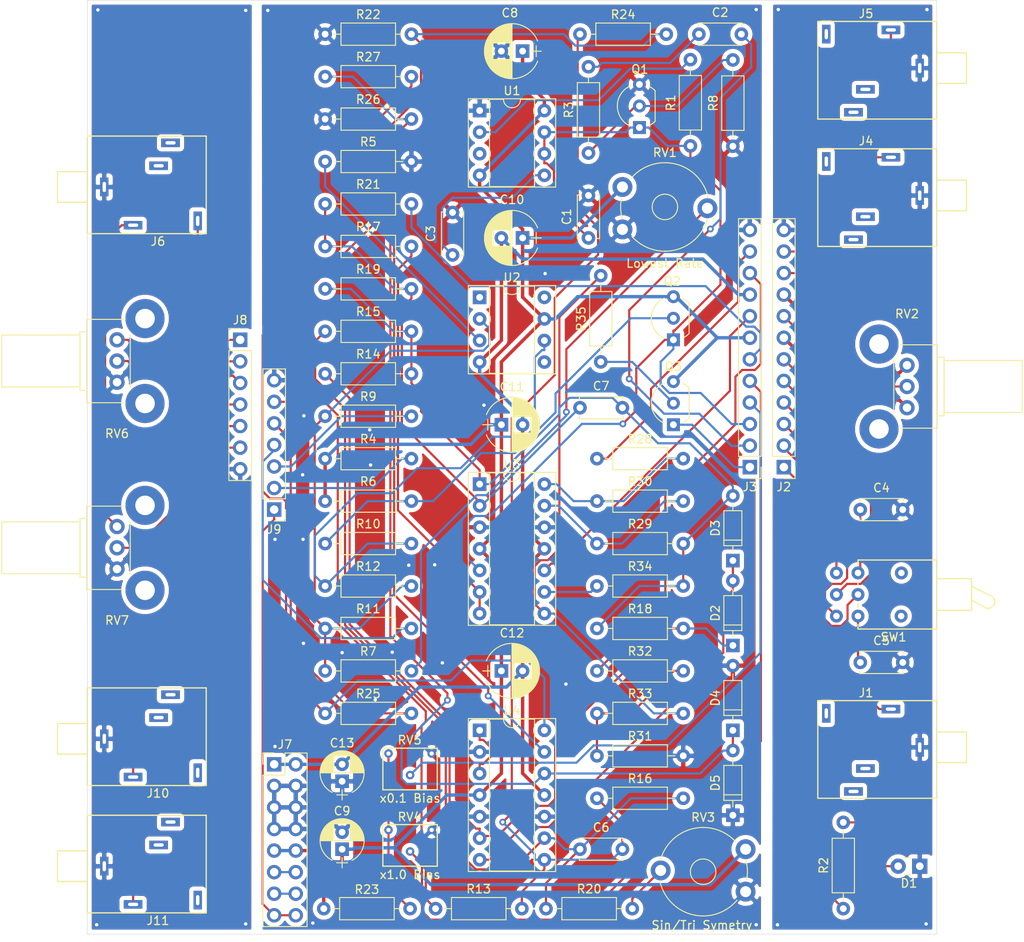
<source format=kicad_pcb>
(kicad_pcb (version 20171130) (host pcbnew "(5.1.5)-3")
  (layers (0 F.Cu signal) (31 B.Cu signal) (34 B.Paste user) (35 F.Paste user) (36 B.SilkS user) (37 F.SilkS user) (38 B.Mask user) (39 F.Mask user) (44 Edge.Cuts user))
  (net 0 "")
  (net 1 Range_1)
  (net 2 GND)
  (net 3 "Net-(C2-Pad2)")
  (net 4 FM)
  (net 5 "Net-(C3-Pad1)")
  (net 6 "Net-(C4-Pad1)")
  (net 7 R_GND)
  (net 8 "Net-(C5-Pad1)")
  (net 9 Tri_Sin)
  (net 10 "Net-(C6-Pad1)")
  (net 11 Wave)
  (net 12 "Net-(C7-Pad1)")
  (net 13 12V+)
  (net 14 12V-)
  (net 15 "Net-(D1-Pad2)")
  (net 16 "Net-(D2-Pad2)")
  (net 17 "Net-(D2-Pad1)")
  (net 18 "Net-(D4-Pad1)")
  (net 19 /R_FM)
  (net 20 "Net-(J1-Pad2)")
  (net 21 /R_Saw_Out)
  (net 22 /R_Rect_Out)
  (net 23 /R_12V-)
  (net 24 /R_PW)
  (net 25 /R_12V+)
  (net 26 /R_Range_4)
  (net 27 /R_Range_3)
  (net 28 /R_Range_2)
  (net 29 /R_Range_1)
  (net 30 /R_LED)
  (net 31 LED)
  (net 32 Range_2)
  (net 33 Range_3)
  (net 34 Range_4)
  (net 35 PW)
  (net 36 Rect_Out)
  (net 37 Saw_Out)
  (net 38 "Net-(J4-Pad2)")
  (net 39 "Net-(J5-Pad2)")
  (net 40 /L_CV_In)
  (net 41 /L_CV)
  (net 42 L_GND)
  (net 43 CV_In)
  (net 44 "Net-(J7-Pad13)")
  (net 45 "Net-(J7-Pad11)")
  (net 46 /L_Tri_Out)
  (net 47 /L_Sine_Out)
  (net 48 /L_Mod)
  (net 49 /L_Rate_2)
  (net 50 /L_Rate_1)
  (net 51 Rate_1)
  (net 52 Rate_2)
  (net 53 Mod)
  (net 54 Sine_Out)
  (net 55 Tri_Out)
  (net 56 "Net-(J10-Pad2)")
  (net 57 "Net-(J11-Pad2)")
  (net 58 "Net-(Q1-Pad2)")
  (net 59 "Net-(Q2-Pad2)")
  (net 60 "Net-(Q3-Pad2)")
  (net 61 "Net-(R1-Pad1)")
  (net 62 "Net-(R5-Pad1)")
  (net 63 "Net-(R7-Pad2)")
  (net 64 "Net-(R11-Pad1)")
  (net 65 "Net-(R10-Pad2)")
  (net 66 "Net-(R17-Pad2)")
  (net 67 "Net-(R20-Pad2)")
  (net 68 "Net-(R23-Pad1)")
  (net 69 "Net-(R25-Pad1)")
  (net 70 "Net-(R26-Pad2)")
  (net 71 "Net-(R28-Pad2)")
  (net 72 "Net-(R29-Pad1)")
  (net 73 "Net-(R31-Pad1)")
  (net 74 "Net-(R33-Pad2)")
  (net 75 "Net-(R34-Pad1)")
  (net 76 "Net-(U1-Pad3)")
  (net 77 "Net-(U2-Pad8)")
  (net 78 "Net-(U2-Pad5)")
  (net 79 "Net-(U2-Pad1)")
  (net 80 "Net-(U4-Pad1)")
  (module Pin_Headers:Pin_Header_Straight_2x08_Pitch2.54mm (layer F.Cu) (at 22 90)
    (fp_text reference J7 (at 1.27 -2.33) (layer F.SilkS))
    (fp_text value Conn_02x08_Odd_Even)
    (pad 16 thru_hole oval (at 2.54 17.78) (size 1.7 1.7) (drill 1) (layers *.Cu *.Mask) (net 43 CV_In))
    (pad 15 thru_hole oval (at 0 17.78) (size 1.7 1.7) (drill 1) (layers *.Cu *.Mask) (net 43 CV_In))
    (pad 14 thru_hole oval (at 2.54 15.24) (size 1.7 1.7) (drill 1) (layers *.Cu *.Mask) (net 44 "Net-(J7-Pad13)"))
    (pad 13 thru_hole oval (at 0 15.24) (size 1.7 1.7) (drill 1) (layers *.Cu *.Mask) (net 44 "Net-(J7-Pad13)"))
    (pad 12 thru_hole oval (at 2.54 12.7) (size 1.7 1.7) (drill 1) (layers *.Cu *.Mask) (net 45 "Net-(J7-Pad11)"))
    (pad 11 thru_hole oval (at 0 12.7) (size 1.7 1.7) (drill 1) (layers *.Cu *.Mask) (net 45 "Net-(J7-Pad11)"))
    (pad 10 thru_hole oval (at 2.54 10.16) (size 1.7 1.7) (drill 1) (layers *.Cu *.Mask) (net 13 12V+))
    (pad 9 thru_hole oval (at 0 10.16) (size 1.7 1.7) (drill 1) (layers *.Cu *.Mask) (net 13 12V+))
    (pad 8 thru_hole oval (at 2.54 7.62) (size 1.7 1.7) (drill 1) (layers *.Cu *.Mask) (net 2 GND))
    (pad 7 thru_hole oval (at 0 7.62) (size 1.7 1.7) (drill 1) (layers *.Cu *.Mask) (net 2 GND))
    (pad 6 thru_hole oval (at 2.54 5.08) (size 1.7 1.7) (drill 1) (layers *.Cu *.Mask) (net 2 GND))
    (pad 5 thru_hole oval (at 0 5.08) (size 1.7 1.7) (drill 1) (layers *.Cu *.Mask) (net 2 GND))
    (pad 4 thru_hole oval (at 2.54 2.54) (size 1.7 1.7) (drill 1) (layers *.Cu *.Mask) (net 2 GND))
    (pad 3 thru_hole oval (at 0 2.54) (size 1.7 1.7) (drill 1) (layers *.Cu *.Mask) (net 2 GND))
    (pad 2 thru_hole oval (at 2.54 0) (size 1.7 1.7) (drill 1) (layers *.Cu *.Mask) (net 14 12V-))
    (pad 1 thru_hole rect (at 0 0) (size 1.7 1.7) (drill 1) (layers *.Cu *.Mask) (net 14 12V-))
  )
  (module Capacitors_THT:C_Disc_D5.0mm_W2.5mm_P5.00mm (layer F.Cu) (at 59 28 90)
    (fp_text reference C1 (at 2.5 -2.56 90) (layer F.SilkS))
    (fp_text value 47nF)
    (pad 1 thru_hole circle (at 0 0 90) (size 1.6 1.6) (drill 0.8) (layers *.Cu *.Mask) (net 1 Range_1))
    (pad 2 thru_hole circle (at 5 0 90) (size 1.6 1.6) (drill 0.8) (layers *.Cu *.Mask) (net 2 GND))
  )
  (module Capacitors_THT:C_Disc_D5.0mm_W2.5mm_P5.00mm (layer F.Cu) (at 77 4 180)
    (fp_text reference C2 (at 2.5 2.55) (layer F.SilkS))
    (fp_text value 10nF)
    (pad 2 thru_hole circle (at 5 0 180) (size 1.6 1.6) (drill 0.8) (layers *.Cu *.Mask) (net 3 "Net-(C2-Pad2)"))
    (pad 1 thru_hole circle (at 0 0 180) (size 1.6 1.6) (drill 0.8) (layers *.Cu *.Mask) (net 4 FM))
  )
  (module Capacitors_THT:C_Disc_D5.0mm_W2.5mm_P5.00mm (layer F.Cu) (at 43 30 90)
    (fp_text reference C3 (at 2.5 -2.56 90) (layer F.SilkS))
    (fp_text value 10nF)
    (pad 1 thru_hole circle (at 0 0 90) (size 1.6 1.6) (drill 0.8) (layers *.Cu *.Mask) (net 5 "Net-(C3-Pad1)"))
    (pad 2 thru_hole circle (at 5 0 90) (size 1.6 1.6) (drill 0.8) (layers *.Cu *.Mask) (net 2 GND))
  )
  (module Capacitors_THT:C_Disc_D5.0mm_W2.5mm_P5.00mm (layer F.Cu) (at 91 60)
    (fp_text reference C4 (at 2.5 -2.56) (layer F.SilkS))
    (fp_text value 10uF)
    (pad 1 thru_hole circle (at 0 0) (size 1.6 1.6) (drill 0.8) (layers *.Cu *.Mask) (net 6 "Net-(C4-Pad1)"))
    (pad 2 thru_hole circle (at 5 0) (size 1.6 1.6) (drill 0.8) (layers *.Cu *.Mask) (net 7 R_GND))
  )
  (module Capacitors_THT:C_Disc_D5.0mm_W2.5mm_P5.00mm (layer F.Cu) (at 91 78)
    (fp_text reference C5 (at 2.5 -2.56) (layer F.SilkS))
    (fp_text value 1uF)
    (pad 2 thru_hole circle (at 5 0) (size 1.6 1.6) (drill 0.8) (layers *.Cu *.Mask) (net 7 R_GND))
    (pad 1 thru_hole circle (at 0 0) (size 1.6 1.6) (drill 0.8) (layers *.Cu *.Mask) (net 8 "Net-(C5-Pad1)"))
  )
  (module Capacitors_THT:C_Disc_D5.0mm_W2.5mm_P5.00mm (layer F.Cu) (at 58 100)
    (fp_text reference C6 (at 2.5 -2.56) (layer F.SilkS))
    (fp_text value 1nF)
    (pad 2 thru_hole circle (at 5 0) (size 1.6 1.6) (drill 0.8) (layers *.Cu *.Mask) (net 9 Tri_Sin))
    (pad 1 thru_hole circle (at 0 0) (size 1.6 1.6) (drill 0.8) (layers *.Cu *.Mask) (net 10 "Net-(C6-Pad1)"))
  )
  (module Capacitors_THT:C_Disc_D5.0mm_W2.5mm_P5.00mm (layer F.Cu) (at 58 48)
    (fp_text reference C7 (at 2.5 -2.56) (layer F.SilkS))
    (fp_text value 120pF)
    (pad 2 thru_hole circle (at 5 0) (size 1.6 1.6) (drill 0.8) (layers *.Cu *.Mask) (net 11 Wave))
    (pad 1 thru_hole circle (at 0 0) (size 1.6 1.6) (drill 0.8) (layers *.Cu *.Mask) (net 12 "Net-(C7-Pad1)"))
  )
  (module Capacitors_THT:CP_Radial_D6.3mm_P2.50mm (layer F.Cu) (at 51.25 6 180)
    (fp_text reference C8 (at 1.5 4.5) (layer F.SilkS))
    (fp_text value 100uF)
    (pad 1 thru_hole rect (at 0 0 180) (size 1.6 1.6) (drill 0.8) (layers *.Cu *.Mask) (net 13 12V+))
    (pad 2 thru_hole circle (at 2.5 0 180) (size 1.6 1.6) (drill 0.8) (layers *.Cu *.Mask) (net 2 GND))
  )
  (module Capacitors_THT:CP_Radial_D5.0mm_P2.00mm (layer F.Cu) (at 30 100 90)
    (fp_text reference C9 (at 4.5 0 180) (layer F.SilkS))
    (fp_text value 22uF)
    (pad 2 thru_hole circle (at 2 0 90) (size 1.6 1.6) (drill 0.8) (layers *.Cu *.Mask) (net 2 GND))
    (pad 1 thru_hole rect (at 0 0 90) (size 1.6 1.6) (drill 0.8) (layers *.Cu *.Mask) (net 13 12V+))
  )
  (module Capacitors_THT:CP_Radial_D6.3mm_P2.50mm (layer F.Cu) (at 51.25 28 180)
    (fp_text reference C10 (at 1.25 4.5) (layer F.SilkS))
    (fp_text value 100uF)
    (pad 2 thru_hole circle (at 2.5 0 180) (size 1.6 1.6) (drill 0.8) (layers *.Cu *.Mask) (net 14 12V-))
    (pad 1 thru_hole rect (at 0 0 180) (size 1.6 1.6) (drill 0.8) (layers *.Cu *.Mask) (net 13 12V+))
  )
  (module Capacitors_THT:CP_Radial_D6.3mm_P2.50mm (layer F.Cu) (at 48.75 50)
    (fp_text reference C11 (at 1.25 -4.46) (layer F.SilkS))
    (fp_text value 100uF)
    (pad 1 thru_hole rect (at 0 0) (size 1.6 1.6) (drill 0.8) (layers *.Cu *.Mask) (net 13 12V+))
    (pad 2 thru_hole circle (at 2.5 0) (size 1.6 1.6) (drill 0.8) (layers *.Cu *.Mask) (net 14 12V-))
  )
  (module Capacitors_THT:CP_Radial_D6.3mm_P2.50mm (layer F.Cu) (at 48.75 79)
    (fp_text reference C12 (at 1.25 -4.46) (layer F.SilkS))
    (fp_text value 100uF)
    (pad 2 thru_hole circle (at 2.5 0) (size 1.6 1.6) (drill 0.8) (layers *.Cu *.Mask) (net 14 12V-))
    (pad 1 thru_hole rect (at 0 0) (size 1.6 1.6) (drill 0.8) (layers *.Cu *.Mask) (net 13 12V+))
  )
  (module Capacitors_THT:CP_Radial_D5.0mm_P2.00mm (layer F.Cu) (at 30 92 90)
    (fp_text reference C13 (at 4.5 0 180) (layer F.SilkS))
    (fp_text value 22uF)
    (pad 1 thru_hole rect (at 0 0 90) (size 1.6 1.6) (drill 0.8) (layers *.Cu *.Mask) (net 2 GND))
    (pad 2 thru_hole circle (at 2 0 90) (size 1.6 1.6) (drill 0.8) (layers *.Cu *.Mask) (net 14 12V-))
  )
  (module LEDs:LED_Rectangular_W3.9mm_H1.9mm (layer F.Cu) (at 98 102 180)
    (fp_text reference D1 (at 1.27 -2.01) (layer F.SilkS))
    (fp_text value LED)
    (pad 2 thru_hole circle (at 2.54 0 180) (size 1.8 1.8) (drill 0.9) (layers *.Cu *.Mask) (net 15 "Net-(D1-Pad2)"))
    (pad 1 thru_hole rect (at 0 0 180) (size 1.8 1.8) (drill 0.9) (layers *.Cu *.Mask) (net 7 R_GND))
  )
  (module Diodes_THT:D_DO-35_SOD27_P7.62mm_Horizontal (layer F.Cu) (at 76 76 90)
    (fp_text reference D2 (at 3.81 -2.06 90) (layer F.SilkS))
    (fp_text value 1N4148)
    (pad 2 thru_hole oval (at 7.62 0 90) (size 1.6 1.6) (drill 0.8) (layers *.Cu *.Mask) (net 16 "Net-(D2-Pad2)"))
    (pad 1 thru_hole rect (at 0 0 90) (size 1.6 1.6) (drill 0.8) (layers *.Cu *.Mask) (net 17 "Net-(D2-Pad1)"))
  )
  (module Diodes_THT:D_DO-35_SOD27_P7.62mm_Horizontal (layer F.Cu) (at 76 66 90)
    (fp_text reference D3 (at 3.81 -2.06 90) (layer F.SilkS))
    (fp_text value 1N4148)
    (pad 1 thru_hole rect (at 0 0 90) (size 1.6 1.6) (drill 0.8) (layers *.Cu *.Mask) (net 16 "Net-(D2-Pad2)"))
    (pad 2 thru_hole oval (at 7.62 0 90) (size 1.6 1.6) (drill 0.8) (layers *.Cu *.Mask) (net 11 Wave))
  )
  (module Diodes_THT:D_DO-35_SOD27_P7.62mm_Horizontal (layer F.Cu) (at 76 86 90)
    (fp_text reference D4 (at 3.81 -2.06 90) (layer F.SilkS))
    (fp_text value 1N4148)
    (pad 2 thru_hole oval (at 7.62 0 90) (size 1.6 1.6) (drill 0.8) (layers *.Cu *.Mask) (net 2 GND))
    (pad 1 thru_hole rect (at 0 0 90) (size 1.6 1.6) (drill 0.8) (layers *.Cu *.Mask) (net 18 "Net-(D4-Pad1)"))
  )
  (module Diodes_THT:D_DO-35_SOD27_P7.62mm_Horizontal (layer F.Cu) (at 76 96 90)
    (fp_text reference D5 (at 3.81 -2.06 90) (layer F.SilkS))
    (fp_text value 1N4148)
    (pad 1 thru_hole rect (at 0 0 90) (size 1.6 1.6) (drill 0.8) (layers *.Cu *.Mask) (net 2 GND))
    (pad 2 thru_hole oval (at 7.62 0 90) (size 1.6 1.6) (drill 0.8) (layers *.Cu *.Mask) (net 18 "Net-(D4-Pad1)"))
  )
  (module Custom_Library:Mono_Jack_3.5mm_Switch_Switchcraft_35RAPC2AH3 (layer F.Cu) (at 100 88 180)
    (fp_text reference J1 (at 8.3185 6.4135) (layer F.SilkS))
    (fp_text value AudioJack1_Switch)
    (pad 1 thru_hole rect (at 2 0 180) (size 1 2.2) (drill oval 0.4 1.2) (layers *.Cu *.Mask) (net 7 R_GND))
    (pad 3 thru_hole rect (at 5.4 4.5 180) (size 2.2 1) (drill oval 1.2 0.4) (layers *.Cu *.Mask) (net 19 /R_FM))
    (pad 2 thru_hole rect (at 13 4 180) (size 1 2.2) (drill oval 0.4 1.2) (layers *.Cu *.Mask) (net 20 "Net-(J1-Pad2)"))
    (pad ~ thru_hole rect (at 8.4 -2.5 180) (size 2.2 1) (drill oval 1.2 0.4) (layers *.Cu *.Mask))
    (pad ~ thru_hole rect (at 9.8 -5.2 180) (size 2.2 1) (drill oval 1.2 0.4) (layers *.Cu *.Mask))
  )
  (module Pin_Headers:Pin_Header_Straight_1x12_Pitch2.54mm (layer F.Cu) (at 82 55 180)
    (fp_text reference J2 (at 0 -2.33) (layer F.SilkS))
    (fp_text value Conn_01x12)
    (pad 12 thru_hole oval (at 0 27.94 180) (size 1.7 1.7) (drill 1) (layers *.Cu *.Mask) (net 7 R_GND))
    (pad 11 thru_hole oval (at 0 25.4 180) (size 1.7 1.7) (drill 1) (layers *.Cu *.Mask) (net 21 /R_Saw_Out))
    (pad 10 thru_hole oval (at 0 22.86 180) (size 1.7 1.7) (drill 1) (layers *.Cu *.Mask) (net 22 /R_Rect_Out))
    (pad 9 thru_hole oval (at 0 20.32 180) (size 1.7 1.7) (drill 1) (layers *.Cu *.Mask) (net 23 /R_12V-))
    (pad 8 thru_hole oval (at 0 17.78 180) (size 1.7 1.7) (drill 1) (layers *.Cu *.Mask) (net 24 /R_PW))
    (pad 7 thru_hole oval (at 0 15.24 180) (size 1.7 1.7) (drill 1) (layers *.Cu *.Mask) (net 25 /R_12V+))
    (pad 6 thru_hole oval (at 0 12.7 180) (size 1.7 1.7) (drill 1) (layers *.Cu *.Mask) (net 26 /R_Range_4))
    (pad 5 thru_hole oval (at 0 10.16 180) (size 1.7 1.7) (drill 1) (layers *.Cu *.Mask) (net 27 /R_Range_3))
    (pad 4 thru_hole oval (at 0 7.62 180) (size 1.7 1.7) (drill 1) (layers *.Cu *.Mask) (net 28 /R_Range_2))
    (pad 3 thru_hole oval (at 0 5.08 180) (size 1.7 1.7) (drill 1) (layers *.Cu *.Mask) (net 29 /R_Range_1))
    (pad 2 thru_hole oval (at 0 2.54 180) (size 1.7 1.7) (drill 1) (layers *.Cu *.Mask) (net 19 /R_FM))
    (pad 1 thru_hole rect (at 0 0 180) (size 1.7 1.7) (drill 1) (layers *.Cu *.Mask) (net 30 /R_LED))
  )
  (module Pin_Headers:Pin_Header_Straight_1x12_Pitch2.54mm (layer F.Cu) (at 78 55 180)
    (fp_text reference J3 (at 0 -2.33) (layer F.SilkS))
    (fp_text value Conn_01x12)
    (pad 1 thru_hole rect (at 0 0 180) (size 1.7 1.7) (drill 1) (layers *.Cu *.Mask) (net 31 LED))
    (pad 2 thru_hole oval (at 0 2.54 180) (size 1.7 1.7) (drill 1) (layers *.Cu *.Mask) (net 4 FM))
    (pad 3 thru_hole oval (at 0 5.08 180) (size 1.7 1.7) (drill 1) (layers *.Cu *.Mask) (net 1 Range_1))
    (pad 4 thru_hole oval (at 0 7.62 180) (size 1.7 1.7) (drill 1) (layers *.Cu *.Mask) (net 32 Range_2))
    (pad 5 thru_hole oval (at 0 10.16 180) (size 1.7 1.7) (drill 1) (layers *.Cu *.Mask) (net 33 Range_3))
    (pad 6 thru_hole oval (at 0 12.7 180) (size 1.7 1.7) (drill 1) (layers *.Cu *.Mask) (net 34 Range_4))
    (pad 7 thru_hole oval (at 0 15.24 180) (size 1.7 1.7) (drill 1) (layers *.Cu *.Mask) (net 13 12V+))
    (pad 8 thru_hole oval (at 0 17.78 180) (size 1.7 1.7) (drill 1) (layers *.Cu *.Mask) (net 35 PW))
    (pad 9 thru_hole oval (at 0 20.32 180) (size 1.7 1.7) (drill 1) (layers *.Cu *.Mask) (net 14 12V-))
    (pad 10 thru_hole oval (at 0 22.86 180) (size 1.7 1.7) (drill 1) (layers *.Cu *.Mask) (net 36 Rect_Out))
    (pad 11 thru_hole oval (at 0 25.4 180) (size 1.7 1.7) (drill 1) (layers *.Cu *.Mask) (net 37 Saw_Out))
    (pad 12 thru_hole oval (at 0 27.94 180) (size 1.7 1.7) (drill 1) (layers *.Cu *.Mask) (net 2 GND))
  )
  (module Custom_Library:Mono_Jack_3.5mm_Switch_Switchcraft_35RAPC2AH3 (layer F.Cu) (at 100 23 180)
    (fp_text reference J4 (at 8.3185 6.4135) (layer F.SilkS))
    (fp_text value AudioJack1_Switch)
    (pad 1 thru_hole rect (at 2 0 180) (size 1 2.2) (drill oval 0.4 1.2) (layers *.Cu *.Mask) (net 7 R_GND))
    (pad 3 thru_hole rect (at 5.4 4.5 180) (size 2.2 1) (drill oval 1.2 0.4) (layers *.Cu *.Mask) (net 22 /R_Rect_Out))
    (pad 2 thru_hole rect (at 13 4 180) (size 1 2.2) (drill oval 0.4 1.2) (layers *.Cu *.Mask) (net 38 "Net-(J4-Pad2)"))
    (pad ~ thru_hole rect (at 8.4 -2.5 180) (size 2.2 1) (drill oval 1.2 0.4) (layers *.Cu *.Mask))
    (pad ~ thru_hole rect (at 9.8 -5.2 180) (size 2.2 1) (drill oval 1.2 0.4) (layers *.Cu *.Mask))
  )
  (module Custom_Library:Mono_Jack_3.5mm_Switch_Switchcraft_35RAPC2AH3 (layer F.Cu) (at 100 8 180)
    (fp_text reference J5 (at 8.3185 6.4135) (layer F.SilkS))
    (fp_text value AudioJack1_Switch)
    (pad ~ thru_hole rect (at 9.8 -5.2 180) (size 2.2 1) (drill oval 1.2 0.4) (layers *.Cu *.Mask))
    (pad ~ thru_hole rect (at 8.4 -2.5 180) (size 2.2 1) (drill oval 1.2 0.4) (layers *.Cu *.Mask))
    (pad 2 thru_hole rect (at 13 4 180) (size 1 2.2) (drill oval 0.4 1.2) (layers *.Cu *.Mask) (net 39 "Net-(J5-Pad2)"))
    (pad 3 thru_hole rect (at 5.4 4.5 180) (size 2.2 1) (drill oval 1.2 0.4) (layers *.Cu *.Mask) (net 21 /R_Saw_Out))
    (pad 1 thru_hole rect (at 2 0 180) (size 1 2.2) (drill oval 0.4 1.2) (layers *.Cu *.Mask) (net 7 R_GND))
  )
  (module Custom_Library:Mono_Jack_3.5mm_Switch_Switchcraft_35RAPC2AH3 (layer F.Cu) (at 0 22)
    (fp_text reference J6 (at 8.3185 6.4135) (layer F.SilkS))
    (fp_text value AudioJack1_Switch)
    (pad ~ thru_hole rect (at 9.8 -5.2) (size 2.2 1) (drill oval 1.2 0.4) (layers *.Cu *.Mask))
    (pad ~ thru_hole rect (at 8.4 -2.5) (size 2.2 1) (drill oval 1.2 0.4) (layers *.Cu *.Mask))
    (pad 2 thru_hole rect (at 13 4) (size 1 2.2) (drill oval 0.4 1.2) (layers *.Cu *.Mask) (net 40 /L_CV_In))
    (pad 3 thru_hole rect (at 5.4 4.5) (size 2.2 1) (drill oval 1.2 0.4) (layers *.Cu *.Mask) (net 41 /L_CV))
    (pad 1 thru_hole rect (at 2 0) (size 1 2.2) (drill oval 0.4 1.2) (layers *.Cu *.Mask) (net 42 L_GND))
  )
  (module Pin_Headers:Pin_Header_Straight_1x07_Pitch2.54mm (layer F.Cu) (at 18 40)
    (fp_text reference J8 (at 0 -2.33) (layer F.SilkS))
    (fp_text value Conn_01x07)
    (pad 7 thru_hole oval (at 0 15.24) (size 1.7 1.7) (drill 1) (layers *.Cu *.Mask) (net 42 L_GND))
    (pad 6 thru_hole oval (at 0 12.7) (size 1.7 1.7) (drill 1) (layers *.Cu *.Mask) (net 46 /L_Tri_Out))
    (pad 5 thru_hole oval (at 0 10.16) (size 1.7 1.7) (drill 1) (layers *.Cu *.Mask) (net 47 /L_Sine_Out))
    (pad 4 thru_hole oval (at 0 7.62) (size 1.7 1.7) (drill 1) (layers *.Cu *.Mask) (net 48 /L_Mod))
    (pad 3 thru_hole oval (at 0 5.08) (size 1.7 1.7) (drill 1) (layers *.Cu *.Mask) (net 49 /L_Rate_2))
    (pad 2 thru_hole oval (at 0 2.54) (size 1.7 1.7) (drill 1) (layers *.Cu *.Mask) (net 50 /L_Rate_1))
    (pad 1 thru_hole rect (at 0 0) (size 1.7 1.7) (drill 1) (layers *.Cu *.Mask) (net 40 /L_CV_In))
  )
  (module Pin_Headers:Pin_Header_Straight_1x07_Pitch2.54mm (layer F.Cu) (at 22 60 180)
    (fp_text reference J9 (at 0 -2.33) (layer F.SilkS))
    (fp_text value Conn_01x07)
    (pad 1 thru_hole rect (at 0 0 180) (size 1.7 1.7) (drill 1) (layers *.Cu *.Mask) (net 43 CV_In))
    (pad 2 thru_hole oval (at 0 2.54 180) (size 1.7 1.7) (drill 1) (layers *.Cu *.Mask) (net 51 Rate_1))
    (pad 3 thru_hole oval (at 0 5.08 180) (size 1.7 1.7) (drill 1) (layers *.Cu *.Mask) (net 52 Rate_2))
    (pad 4 thru_hole oval (at 0 7.62 180) (size 1.7 1.7) (drill 1) (layers *.Cu *.Mask) (net 53 Mod))
    (pad 5 thru_hole oval (at 0 10.16 180) (size 1.7 1.7) (drill 1) (layers *.Cu *.Mask) (net 54 Sine_Out))
    (pad 6 thru_hole oval (at 0 12.7 180) (size 1.7 1.7) (drill 1) (layers *.Cu *.Mask) (net 55 Tri_Out))
    (pad 7 thru_hole oval (at 0 15.24 180) (size 1.7 1.7) (drill 1) (layers *.Cu *.Mask) (net 2 GND))
  )
  (module Custom_Library:Mono_Jack_3.5mm_Switch_Switchcraft_35RAPC2AH3 (layer F.Cu) (at 0 87)
    (fp_text reference J10 (at 8.3185 6.4135) (layer F.SilkS))
    (fp_text value AudioJack1_Switch)
    (pad 1 thru_hole rect (at 2 0) (size 1 2.2) (drill oval 0.4 1.2) (layers *.Cu *.Mask) (net 42 L_GND))
    (pad 3 thru_hole rect (at 5.4 4.5) (size 2.2 1) (drill oval 1.2 0.4) (layers *.Cu *.Mask) (net 47 /L_Sine_Out))
    (pad 2 thru_hole rect (at 13 4) (size 1 2.2) (drill oval 0.4 1.2) (layers *.Cu *.Mask) (net 56 "Net-(J10-Pad2)"))
    (pad ~ thru_hole rect (at 8.4 -2.5) (size 2.2 1) (drill oval 1.2 0.4) (layers *.Cu *.Mask))
    (pad ~ thru_hole rect (at 9.8 -5.2) (size 2.2 1) (drill oval 1.2 0.4) (layers *.Cu *.Mask))
  )
  (module Custom_Library:Mono_Jack_3.5mm_Switch_Switchcraft_35RAPC2AH3 (layer F.Cu) (at 0 102)
    (fp_text reference J11 (at 8.3185 6.4135) (layer F.SilkS))
    (fp_text value AudioJack1_Switch)
    (pad ~ thru_hole rect (at 9.8 -5.2) (size 2.2 1) (drill oval 1.2 0.4) (layers *.Cu *.Mask))
    (pad ~ thru_hole rect (at 8.4 -2.5) (size 2.2 1) (drill oval 1.2 0.4) (layers *.Cu *.Mask))
    (pad 2 thru_hole rect (at 13 4) (size 1 2.2) (drill oval 0.4 1.2) (layers *.Cu *.Mask) (net 57 "Net-(J11-Pad2)"))
    (pad 3 thru_hole rect (at 5.4 4.5) (size 2.2 1) (drill oval 1.2 0.4) (layers *.Cu *.Mask) (net 46 /L_Tri_Out))
    (pad 1 thru_hole rect (at 2 0) (size 1 2.2) (drill oval 0.4 1.2) (layers *.Cu *.Mask) (net 42 L_GND))
  )
  (module TO_SOT_Packages_THT:TO-92_Inline_Wide (layer F.Cu) (at 65 15 90)
    (fp_text reference Q1 (at 6.85 0.05) (layer F.SilkS))
    (fp_text value BS170)
    (pad 1 thru_hole rect (at 0 0 180) (size 1.52 1.52) (drill 0.8) (layers *.Cu *.Mask) (net 1 Range_1))
    (pad 3 thru_hole circle (at 5.08 0 180) (size 1.52 1.52) (drill 0.8) (layers *.Cu *.Mask) (net 2 GND))
    (pad 2 thru_hole circle (at 2.54 0 180) (size 1.52 1.52) (drill 0.8) (layers *.Cu *.Mask) (net 58 "Net-(Q1-Pad2)"))
  )
  (module TO_SOT_Packages_THT:TO-92_Inline_Wide (layer F.Cu) (at 69 40 90)
    (fp_text reference Q2 (at 6.9 -0.15) (layer F.SilkS))
    (fp_text value BC557)
    (pad 2 thru_hole circle (at 2.54 0 180) (size 1.52 1.52) (drill 0.8) (layers *.Cu *.Mask) (net 59 "Net-(Q2-Pad2)"))
    (pad 3 thru_hole circle (at 5.08 0 180) (size 1.52 1.52) (drill 0.8) (layers *.Cu *.Mask) (net 13 12V+))
    (pad 1 thru_hole rect (at 0 0 180) (size 1.52 1.52) (drill 0.8) (layers *.Cu *.Mask) (net 1 Range_1))
  )
  (module TO_SOT_Packages_THT:TO-92_Inline_Wide (layer F.Cu) (at 69 50 90)
    (fp_text reference Q3 (at 6.85 0) (layer F.SilkS))
    (fp_text value 2N3904)
    (pad 1 thru_hole rect (at 0 0 180) (size 1.52 1.52) (drill 0.8) (layers *.Cu *.Mask) (net 31 LED))
    (pad 3 thru_hole circle (at 5.08 0 180) (size 1.52 1.52) (drill 0.8) (layers *.Cu *.Mask) (net 13 12V+))
    (pad 2 thru_hole circle (at 2.54 0 180) (size 1.52 1.52) (drill 0.8) (layers *.Cu *.Mask) (net 60 "Net-(Q3-Pad2)"))
  )
  (module Resistors_THT:R_Axial_DIN0207_L6.3mm_D2.5mm_P10.16mm_Horizontal (layer F.Cu) (at 71 7 270)
    (fp_text reference R1 (at 5.08 2.3 90) (layer F.SilkS))
    (fp_text value 10K)
    (pad 2 thru_hole oval (at 10.16 0 270) (size 1.6 1.6) (drill 0.8) (layers *.Cu *.Mask) (net 1 Range_1))
    (pad 1 thru_hole circle (at 0 0 270) (size 1.6 1.6) (drill 0.8) (layers *.Cu *.Mask) (net 61 "Net-(R1-Pad1)"))
  )
  (module Resistors_THT:R_Axial_DIN0207_L6.3mm_D2.5mm_P10.16mm_Horizontal (layer F.Cu) (at 89 107 90)
    (fp_text reference R2 (at 5.08 -2.31 90) (layer F.SilkS))
    (fp_text value 1K)
    (pad 1 thru_hole circle (at 0 0 90) (size 1.6 1.6) (drill 0.8) (layers *.Cu *.Mask) (net 30 /R_LED))
    (pad 2 thru_hole oval (at 10.16 0 90) (size 1.6 1.6) (drill 0.8) (layers *.Cu *.Mask) (net 15 "Net-(D1-Pad2)"))
  )
  (module Resistors_THT:R_Axial_DIN0207_L6.3mm_D2.5mm_P10.16mm_Horizontal (layer F.Cu) (at 59 18 90)
    (fp_text reference R3 (at 5.08 -2.31 90) (layer F.SilkS))
    (fp_text value 10K)
    (pad 2 thru_hole oval (at 10.16 0 90) (size 1.6 1.6) (drill 0.8) (layers *.Cu *.Mask) (net 3 "Net-(C2-Pad2)"))
    (pad 1 thru_hole circle (at 0 0 90) (size 1.6 1.6) (drill 0.8) (layers *.Cu *.Mask) (net 58 "Net-(Q1-Pad2)"))
  )
  (module Resistors_THT:R_Axial_DIN0207_L6.3mm_D2.5mm_P10.16mm_Horizontal (layer F.Cu) (at 28 54)
    (fp_text reference R4 (at 5.08 -2.31) (layer F.SilkS))
    (fp_text value 12K)
    (pad 1 thru_hole circle (at 0 0) (size 1.6 1.6) (drill 0.8) (layers *.Cu *.Mask) (net 13 12V+))
    (pad 2 thru_hole oval (at 10.16 0) (size 1.6 1.6) (drill 0.8) (layers *.Cu *.Mask) (net 51 Rate_1))
  )
  (module Resistors_THT:R_Axial_DIN0207_L6.3mm_D2.5mm_P10.16mm_Horizontal (layer F.Cu) (at 28 19)
    (fp_text reference R5 (at 5.08 -2.31) (layer F.SilkS))
    (fp_text value 8K2)
    (pad 1 thru_hole circle (at 0 0) (size 1.6 1.6) (drill 0.8) (layers *.Cu *.Mask) (net 62 "Net-(R5-Pad1)"))
    (pad 2 thru_hole oval (at 10.16 0) (size 1.6 1.6) (drill 0.8) (layers *.Cu *.Mask) (net 2 GND))
  )
  (module Resistors_THT:R_Axial_DIN0207_L6.3mm_D2.5mm_P10.16mm_Horizontal (layer F.Cu) (at 28 59)
    (fp_text reference R6 (at 5.08 -2.31) (layer F.SilkS))
    (fp_text value 820)
    (pad 2 thru_hole oval (at 10.16 0) (size 1.6 1.6) (drill 0.8) (layers *.Cu *.Mask) (net 59 "Net-(Q2-Pad2)"))
    (pad 1 thru_hole circle (at 0 0) (size 1.6 1.6) (drill 0.8) (layers *.Cu *.Mask) (net 13 12V+))
  )
  (module Resistors_THT:R_Axial_DIN0207_L6.3mm_D2.5mm_P10.16mm_Horizontal (layer F.Cu) (at 28 79)
    (fp_text reference R7 (at 5.08 -2.31) (layer F.SilkS))
    (fp_text value 100K)
    (pad 2 thru_hole oval (at 10.16 0) (size 1.6 1.6) (drill 0.8) (layers *.Cu *.Mask) (net 63 "Net-(R7-Pad2)"))
    (pad 1 thru_hole circle (at 0 0) (size 1.6 1.6) (drill 0.8) (layers *.Cu *.Mask) (net 64 "Net-(R11-Pad1)"))
  )
  (module Resistors_THT:R_Axial_DIN0207_L6.3mm_D2.5mm_P10.16mm_Horizontal (layer F.Cu) (at 76 17.2 90)
    (fp_text reference R8 (at 5.08 -2.31 90) (layer F.SilkS))
    (fp_text value 100K)
    (pad 1 thru_hole circle (at 0 0 90) (size 1.6 1.6) (drill 0.8) (layers *.Cu *.Mask) (net 2 GND))
    (pad 2 thru_hole oval (at 10.16 0 90) (size 1.6 1.6) (drill 0.8) (layers *.Cu *.Mask) (net 58 "Net-(Q1-Pad2)"))
  )
  (module Resistors_THT:R_Axial_DIN0207_L6.3mm_D2.5mm_P10.16mm_Horizontal (layer F.Cu) (at 28 49)
    (fp_text reference R9 (at 5.08 -2.31) (layer F.SilkS))
    (fp_text value 100K)
    (pad 1 thru_hole circle (at 0 0) (size 1.6 1.6) (drill 0.8) (layers *.Cu *.Mask) (net 64 "Net-(R11-Pad1)"))
    (pad 2 thru_hole oval (at 10.16 0) (size 1.6 1.6) (drill 0.8) (layers *.Cu *.Mask) (net 52 Rate_2))
  )
  (module Resistors_THT:R_Axial_DIN0207_L6.3mm_D2.5mm_P10.16mm_Horizontal (layer F.Cu) (at 28 64)
    (fp_text reference R10 (at 5.08 -2.31) (layer F.SilkS))
    (fp_text value 27K)
    (pad 2 thru_hole oval (at 10.16 0) (size 1.6 1.6) (drill 0.8) (layers *.Cu *.Mask) (net 65 "Net-(R10-Pad2)"))
    (pad 1 thru_hole circle (at 0 0) (size 1.6 1.6) (drill 0.8) (layers *.Cu *.Mask) (net 59 "Net-(Q2-Pad2)"))
  )
  (module Resistors_THT:R_Axial_DIN0207_L6.3mm_D2.5mm_P10.16mm_Horizontal (layer F.Cu) (at 28 74)
    (fp_text reference R11 (at 5.08 -2.31) (layer F.SilkS))
    (fp_text value 100K)
    (pad 1 thru_hole circle (at 0 0) (size 1.6 1.6) (drill 0.8) (layers *.Cu *.Mask) (net 64 "Net-(R11-Pad1)"))
    (pad 2 thru_hole oval (at 10.16 0) (size 1.6 1.6) (drill 0.8) (layers *.Cu *.Mask) (net 53 Mod))
  )
  (module Resistors_THT:R_Axial_DIN0207_L6.3mm_D2.5mm_P10.16mm_Horizontal (layer F.Cu) (at 28 69)
    (fp_text reference R12 (at 5.08 -2.31) (layer F.SilkS))
    (fp_text value 100K)
    (pad 2 thru_hole oval (at 10.16 0) (size 1.6 1.6) (drill 0.8) (layers *.Cu *.Mask) (net 64 "Net-(R11-Pad1)"))
    (pad 1 thru_hole circle (at 0 0) (size 1.6 1.6) (drill 0.8) (layers *.Cu *.Mask) (net 65 "Net-(R10-Pad2)"))
  )
  (module Resistors_THT:R_Axial_DIN0207_L6.3mm_D2.5mm_P10.16mm_Horizontal (layer F.Cu) (at 41 107)
    (fp_text reference R13 (at 5.08 -2.31) (layer F.SilkS))
    (fp_text value 1K)
    (pad 1 thru_hole circle (at 0 0) (size 1.6 1.6) (drill 0.8) (layers *.Cu *.Mask) (net 55 Tri_Out))
    (pad 2 thru_hole oval (at 10.16 0) (size 1.6 1.6) (drill 0.8) (layers *.Cu *.Mask) (net 9 Tri_Sin))
  )
  (module Resistors_THT:R_Axial_DIN0207_L6.3mm_D2.5mm_P10.16mm_Horizontal (layer F.Cu) (at 28 44)
    (fp_text reference R14 (at 5.08 -2.31) (layer F.SilkS))
    (fp_text value "100K 1%")
    (pad 2 thru_hole oval (at 10.16 0) (size 1.6 1.6) (drill 0.8) (layers *.Cu *.Mask) (net 11 Wave))
    (pad 1 thru_hole circle (at 0 0) (size 1.6 1.6) (drill 0.8) (layers *.Cu *.Mask) (net 17 "Net-(D2-Pad1)"))
  )
  (module Resistors_THT:R_Axial_DIN0207_L6.3mm_D2.5mm_P10.16mm_Horizontal (layer F.Cu) (at 28 39)
    (fp_text reference R15 (at 5.08 -2.31) (layer F.SilkS))
    (fp_text value "47K 1%")
    (pad 2 thru_hole oval (at 10.16 0) (size 1.6 1.6) (drill 0.8) (layers *.Cu *.Mask) (net 11 Wave))
    (pad 1 thru_hole circle (at 0 0) (size 1.6 1.6) (drill 0.8) (layers *.Cu *.Mask) (net 10 "Net-(C6-Pad1)"))
  )
  (module Resistors_THT:R_Axial_DIN0207_L6.3mm_D2.5mm_P10.16mm_Horizontal (layer F.Cu) (at 60 94)
    (fp_text reference R16 (at 5.08 -2.31) (layer F.SilkS))
    (fp_text value "200K 1%")
    (pad 1 thru_hole circle (at 0 0) (size 1.6 1.6) (drill 0.8) (layers *.Cu *.Mask) (net 9 Tri_Sin))
    (pad 2 thru_hole oval (at 10.16 0) (size 1.6 1.6) (drill 0.8) (layers *.Cu *.Mask) (net 10 "Net-(C6-Pad1)"))
  )
  (module Resistors_THT:R_Axial_DIN0207_L6.3mm_D2.5mm_P10.16mm_Horizontal (layer F.Cu) (at 28 29)
    (fp_text reference R17 (at 5.08 -2.31) (layer F.SilkS))
    (fp_text value "100k 1%")
    (pad 2 thru_hole oval (at 10.16 0) (size 1.6 1.6) (drill 0.8) (layers *.Cu *.Mask) (net 66 "Net-(R17-Pad2)"))
    (pad 1 thru_hole circle (at 0 0) (size 1.6 1.6) (drill 0.8) (layers *.Cu *.Mask) (net 12 "Net-(C7-Pad1)"))
  )
  (module Resistors_THT:R_Axial_DIN0207_L6.3mm_D2.5mm_P10.16mm_Horizontal (layer F.Cu) (at 60 74)
    (fp_text reference R18 (at 5.08 -2.31) (layer F.SilkS))
    (fp_text value "100K 1%")
    (pad 1 thru_hole circle (at 0 0) (size 1.6 1.6) (drill 0.8) (layers *.Cu *.Mask) (net 11 Wave))
    (pad 2 thru_hole oval (at 10.16 0) (size 1.6 1.6) (drill 0.8) (layers *.Cu *.Mask) (net 17 "Net-(D2-Pad1)"))
  )
  (module Resistors_THT:R_Axial_DIN0207_L6.3mm_D2.5mm_P10.16mm_Horizontal (layer F.Cu) (at 28 34)
    (fp_text reference R19 (at 5.08 -2.31) (layer F.SilkS))
    (fp_text value "200k 1%")
    (pad 1 thru_hole circle (at 0 0) (size 1.6 1.6) (drill 0.8) (layers *.Cu *.Mask) (net 11 Wave))
    (pad 2 thru_hole oval (at 10.16 0) (size 1.6 1.6) (drill 0.8) (layers *.Cu *.Mask) (net 12 "Net-(C7-Pad1)"))
  )
  (module Resistors_THT:R_Axial_DIN0207_L6.3mm_D2.5mm_P10.16mm_Horizontal (layer F.Cu) (at 54 107)
    (fp_text reference R20 (at 5.08 -2.31) (layer F.SilkS))
    (fp_text value 150K)
    (pad 2 thru_hole oval (at 10.16 0) (size 1.6 1.6) (drill 0.8) (layers *.Cu *.Mask) (net 67 "Net-(R20-Pad2)"))
    (pad 1 thru_hole circle (at 0 0) (size 1.6 1.6) (drill 0.8) (layers *.Cu *.Mask) (net 10 "Net-(C6-Pad1)"))
  )
  (module Resistors_THT:R_Axial_DIN0207_L6.3mm_D2.5mm_P10.16mm_Horizontal (layer F.Cu) (at 28 24)
    (fp_text reference R21 (at 5.08 -2.31) (layer F.SilkS))
    (fp_text value 100K)
    (pad 1 thru_hole circle (at 0 0) (size 1.6 1.6) (drill 0.8) (layers *.Cu *.Mask) (net 12 "Net-(C7-Pad1)"))
    (pad 2 thru_hole oval (at 10.16 0) (size 1.6 1.6) (drill 0.8) (layers *.Cu *.Mask) (net 34 Range_4))
  )
  (module Resistors_THT:R_Axial_DIN0207_L6.3mm_D2.5mm_P10.16mm_Horizontal (layer F.Cu) (at 28 4)
    (fp_text reference R22 (at 5.08 -2.31) (layer F.SilkS))
    (fp_text value 22K)
    (pad 2 thru_hole oval (at 10.16 0) (size 1.6 1.6) (drill 0.8) (layers *.Cu *.Mask) (net 18 "Net-(D4-Pad1)"))
    (pad 1 thru_hole circle (at 0 0) (size 1.6 1.6) (drill 0.8) (layers *.Cu *.Mask) (net 2 GND))
  )
  (module Resistors_THT:R_Axial_DIN0207_L6.3mm_D2.5mm_P10.16mm_Horizontal (layer F.Cu) (at 38 107 180)
    (fp_text reference R23 (at 5.08 2.25) (layer F.SilkS))
    (fp_text value 2K7)
    (pad 2 thru_hole oval (at 10.16 0 180) (size 1.6 1.6) (drill 0.8) (layers *.Cu *.Mask) (net 13 12V+))
    (pad 1 thru_hole circle (at 0 0 180) (size 1.6 1.6) (drill 0.8) (layers *.Cu *.Mask) (net 68 "Net-(R23-Pad1)"))
  )
  (module Resistors_THT:R_Axial_DIN0207_L6.3mm_D2.5mm_P10.16mm_Horizontal (layer F.Cu) (at 58 4)
    (fp_text reference R24 (at 5.08 -2.31) (layer F.SilkS))
    (fp_text value 150K)
    (pad 1 thru_hole circle (at 0 0) (size 1.6 1.6) (drill 0.8) (layers *.Cu *.Mask) (net 9 Tri_Sin))
    (pad 2 thru_hole oval (at 10.16 0) (size 1.6 1.6) (drill 0.8) (layers *.Cu *.Mask) (net 18 "Net-(D4-Pad1)"))
  )
  (module Resistors_THT:R_Axial_DIN0207_L6.3mm_D2.5mm_P10.16mm_Horizontal (layer F.Cu) (at 28 84)
    (fp_text reference R25 (at 5.08 -2.31) (layer F.SilkS))
    (fp_text value 1K)
    (pad 1 thru_hole circle (at 0 0) (size 1.6 1.6) (drill 0.8) (layers *.Cu *.Mask) (net 69 "Net-(R25-Pad1)"))
    (pad 2 thru_hole oval (at 10.16 0) (size 1.6 1.6) (drill 0.8) (layers *.Cu *.Mask) (net 54 Sine_Out))
  )
  (module Resistors_THT:R_Axial_DIN0207_L6.3mm_D2.5mm_P10.16mm_Horizontal (layer F.Cu) (at 28 14)
    (fp_text reference R26 (at 5.08 -2.31) (layer F.SilkS))
    (fp_text value 1K5)
    (pad 1 thru_hole circle (at 0 0) (size 1.6 1.6) (drill 0.8) (layers *.Cu *.Mask) (net 2 GND))
    (pad 2 thru_hole oval (at 10.16 0) (size 1.6 1.6) (drill 0.8) (layers *.Cu *.Mask) (net 70 "Net-(R26-Pad2)"))
  )
  (module Resistors_THT:R_Axial_DIN0207_L6.3mm_D2.5mm_P10.16mm_Horizontal (layer F.Cu) (at 28 9)
    (fp_text reference R27 (at 5.08 -2.31) (layer F.SilkS))
    (fp_text value 15K)
    (pad 2 thru_hole oval (at 10.16 0) (size 1.6 1.6) (drill 0.8) (layers *.Cu *.Mask) (net 69 "Net-(R25-Pad1)"))
    (pad 1 thru_hole circle (at 0 0) (size 1.6 1.6) (drill 0.8) (layers *.Cu *.Mask) (net 70 "Net-(R26-Pad2)"))
  )
  (module Resistors_THT:R_Axial_DIN0207_L6.3mm_D2.5mm_P10.16mm_Horizontal (layer F.Cu) (at 60 54)
    (fp_text reference R28 (at 5.08 -2.31) (layer F.SilkS))
    (fp_text value 1K)
    (pad 1 thru_hole circle (at 0 0) (size 1.6 1.6) (drill 0.8) (layers *.Cu *.Mask) (net 37 Saw_Out))
    (pad 2 thru_hole oval (at 10.16 0) (size 1.6 1.6) (drill 0.8) (layers *.Cu *.Mask) (net 71 "Net-(R28-Pad2)"))
  )
  (module Resistors_THT:R_Axial_DIN0207_L6.3mm_D2.5mm_P10.16mm_Horizontal (layer F.Cu) (at 60 64)
    (fp_text reference R29 (at 5.08 -2.31) (layer F.SilkS))
    (fp_text value 100k)
    (pad 1 thru_hole circle (at 0 0) (size 1.6 1.6) (drill 0.8) (layers *.Cu *.Mask) (net 72 "Net-(R29-Pad1)"))
    (pad 2 thru_hole oval (at 10.16 0) (size 1.6 1.6) (drill 0.8) (layers *.Cu *.Mask) (net 11 Wave))
  )
  (module Resistors_THT:R_Axial_DIN0207_L6.3mm_D2.5mm_P10.16mm_Horizontal (layer F.Cu) (at 60 59)
    (fp_text reference R30 (at 5.08 -2.31) (layer F.SilkS))
    (fp_text value 100k)
    (pad 2 thru_hole oval (at 10.16 0) (size 1.6 1.6) (drill 0.8) (layers *.Cu *.Mask) (net 72 "Net-(R29-Pad1)"))
    (pad 1 thru_hole circle (at 0 0) (size 1.6 1.6) (drill 0.8) (layers *.Cu *.Mask) (net 71 "Net-(R28-Pad2)"))
  )
  (module Resistors_THT:R_Axial_DIN0207_L6.3mm_D2.5mm_P10.16mm_Horizontal (layer F.Cu) (at 60 89)
    (fp_text reference R31 (at 5.08 -2.31) (layer F.SilkS))
    (fp_text value 4K7)
    (pad 2 thru_hole oval (at 10.16 0) (size 1.6 1.6) (drill 0.8) (layers *.Cu *.Mask) (net 2 GND))
    (pad 1 thru_hole circle (at 0 0) (size 1.6 1.6) (drill 0.8) (layers *.Cu *.Mask) (net 73 "Net-(R31-Pad1)"))
  )
  (module Resistors_THT:R_Axial_DIN0207_L6.3mm_D2.5mm_P10.16mm_Horizontal (layer F.Cu) (at 60 79)
    (fp_text reference R32 (at 5.08 -2.31) (layer F.SilkS))
    (fp_text value 1K)
    (pad 2 thru_hole oval (at 10.16 0) (size 1.6 1.6) (drill 0.8) (layers *.Cu *.Mask) (net 73 "Net-(R31-Pad1)"))
    (pad 1 thru_hole circle (at 0 0) (size 1.6 1.6) (drill 0.8) (layers *.Cu *.Mask) (net 36 Rect_Out))
  )
  (module Resistors_THT:R_Axial_DIN0207_L6.3mm_D2.5mm_P10.16mm_Horizontal (layer F.Cu) (at 60 84)
    (fp_text reference R33 (at 5.08 -2.31) (layer F.SilkS))
    (fp_text value 10K)
    (pad 2 thru_hole oval (at 10.16 0) (size 1.6 1.6) (drill 0.8) (layers *.Cu *.Mask) (net 74 "Net-(R33-Pad2)"))
    (pad 1 thru_hole circle (at 0 0) (size 1.6 1.6) (drill 0.8) (layers *.Cu *.Mask) (net 73 "Net-(R31-Pad1)"))
  )
  (module Resistors_THT:R_Axial_DIN0207_L6.3mm_D2.5mm_P10.16mm_Horizontal (layer F.Cu) (at 60 69)
    (fp_text reference R34 (at 5.08 -2.31) (layer F.SilkS))
    (fp_text value 10K)
    (pad 1 thru_hole circle (at 0 0) (size 1.6 1.6) (drill 0.8) (layers *.Cu *.Mask) (net 75 "Net-(R34-Pad1)"))
    (pad 2 thru_hole oval (at 10.16 0) (size 1.6 1.6) (drill 0.8) (layers *.Cu *.Mask) (net 11 Wave))
  )
  (module Resistors_THT:R_Axial_DIN0207_L6.3mm_D2.5mm_P10.16mm_Horizontal (layer F.Cu) (at 60.45 42.6 90)
    (fp_text reference R35 (at 5.08 -2.31 90) (layer F.SilkS))
    (fp_text value 47K)
    (pad 2 thru_hole oval (at 10.16 0 90) (size 1.6 1.6) (drill 0.8) (layers *.Cu *.Mask) (net 74 "Net-(R33-Pad2)"))
    (pad 1 thru_hole circle (at 0 0 90) (size 1.6 1.6) (drill 0.8) (layers *.Cu *.Mask) (net 60 "Net-(Q3-Pad2)"))
  )
  (module Potentiometers:Potentiometer_Trimmer_Piher_PT-10v10_Horizontal_Px10.0mm_Py5.0mm (layer F.Cu) (at 63 27)
    (fp_text reference RV1 (at 5 -9.05) (layer F.SilkS))
    (fp_text value 47K)
    (pad 1 thru_hole circle (at 0 0) (size 2.34 2.34) (drill 1.3) (layers *.Cu *.Mask) (net 2 GND))
    (pad 2 thru_hole circle (at 10 -2.5) (size 2.34 2.34) (drill 1.3) (layers *.Cu *.Mask) (net 63 "Net-(R7-Pad2)"))
    (pad 3 thru_hole circle (at 0 -5) (size 2.34 2.34) (drill 1.3) (layers *.Cu *.Mask) (net 13 12V+))
  )
  (module Potentiometers:Potentiometer_Bourns_PTV09A-2_Vertical (layer F.Cu) (at 96.5 48)
    (fp_text reference RV2 (at 0 -11.05) (layer F.SilkS))
    (fp_text value "10K Lin")
    (pad 0 thru_hole circle (at -3.3 2.5) (size 4.6 4.6) (drill 2.3) (layers *.Cu *.Mask))
    (pad 0 thru_hole circle (at -3.3 -7.5) (size 4.6 4.6) (drill 2.3) (layers *.Cu *.Mask))
    (pad 1 thru_hole circle (at 0 0) (size 1.8 1.8) (drill 1) (layers *.Cu *.Mask) (net 25 /R_12V+))
    (pad 2 thru_hole circle (at 0 -2.5) (size 1.8 1.8) (drill 1) (layers *.Cu *.Mask) (net 24 /R_PW))
    (pad 3 thru_hole circle (at 0 -5) (size 1.8 1.8) (drill 1) (layers *.Cu *.Mask) (net 23 /R_12V-))
  )
  (module Potentiometers:Potentiometer_Trimmer_Piher_PT-10v10_Horizontal_Px10.0mm_Py5.0mm (layer F.Cu) (at 77.5 100 180)
    (fp_text reference RV3 (at 5 3.75) (layer F.SilkS))
    (fp_text value 47K)
    (pad 3 thru_hole circle (at 0 -5 180) (size 2.34 2.34) (drill 1.3) (layers *.Cu *.Mask) (net 2 GND))
    (pad 2 thru_hole circle (at 10 -2.5 180) (size 2.34 2.34) (drill 1.3) (layers *.Cu *.Mask) (net 67 "Net-(R20-Pad2)"))
    (pad 1 thru_hole circle (at 0 0 180) (size 2.34 2.34) (drill 1.3) (layers *.Cu *.Mask) (net 13 12V+))
  )
  (module Custom_Library:TT_64WR10KLF (layer F.Cu) (at 38 99)
    (fp_text reference RV4 (at -0.0508 -2.8) (layer F.SilkS))
    (fp_text value 10K)
    (pad 3 thru_hole circle (at 2.54 -1.27) (size 1 1) (drill 0.5) (layers *.Cu *.Mask) (net 2 GND))
    (pad 2 thru_hole circle (at 0 1.27) (size 1 1) (drill 0.5) (layers *.Cu *.Mask) (net 33 Range_3))
    (pad 1 thru_hole circle (at -2.54 -1.27) (size 1 1) (drill 0.5) (layers *.Cu *.Mask) (net 68 "Net-(R23-Pad1)"))
  )
  (module Custom_Library:TT_64WR10KLF (layer F.Cu) (at 38 90)
    (fp_text reference RV5 (at -0.0508 -2.85) (layer F.SilkS))
    (fp_text value 10K)
    (pad 1 thru_hole circle (at -2.54 -1.27) (size 1 1) (drill 0.5) (layers *.Cu *.Mask) (net 68 "Net-(R23-Pad1)"))
    (pad 2 thru_hole circle (at 0 1.27) (size 1 1) (drill 0.5) (layers *.Cu *.Mask) (net 32 Range_2))
    (pad 3 thru_hole circle (at 2.54 -1.27) (size 1 1) (drill 0.5) (layers *.Cu *.Mask) (net 2 GND))
  )
  (module Potentiometers:Potentiometer_Bourns_PTV09A-2_Vertical (layer F.Cu) (at 3.5 40 180)
    (fp_text reference RV6 (at 0 -11.05) (layer F.SilkS))
    (fp_text value "10K Lin")
    (pad 3 thru_hole circle (at 0 -5 180) (size 1.8 1.8) (drill 1) (layers *.Cu *.Mask) (net 42 L_GND))
    (pad 2 thru_hole circle (at 0 -2.5 180) (size 1.8 1.8) (drill 1) (layers *.Cu *.Mask) (net 49 /L_Rate_2))
    (pad 1 thru_hole circle (at 0 0 180) (size 1.8 1.8) (drill 1) (layers *.Cu *.Mask) (net 50 /L_Rate_1))
    (pad 0 thru_hole circle (at -3.3 -7.5 180) (size 4.6 4.6) (drill 2.3) (layers *.Cu *.Mask))
    (pad 0 thru_hole circle (at -3.3 2.5 180) (size 4.6 4.6) (drill 2.3) (layers *.Cu *.Mask))
  )
  (module Potentiometers:Potentiometer_Bourns_PTV09A-2_Vertical (layer F.Cu) (at 3.5 62 180)
    (fp_text reference RV7 (at 0 -11.05) (layer F.SilkS))
    (fp_text value "50K Lin")
    (pad 0 thru_hole circle (at -3.3 2.5 180) (size 4.6 4.6) (drill 2.3) (layers *.Cu *.Mask))
    (pad 0 thru_hole circle (at -3.3 -7.5 180) (size 4.6 4.6) (drill 2.3) (layers *.Cu *.Mask))
    (pad 1 thru_hole circle (at 0 0 180) (size 1.8 1.8) (drill 1) (layers *.Cu *.Mask) (net 41 /L_CV))
    (pad 2 thru_hole circle (at 0 -2.5 180) (size 1.8 1.8) (drill 1) (layers *.Cu *.Mask) (net 48 /L_Mod))
    (pad 3 thru_hole circle (at 0 -5 180) (size 1.8 1.8) (drill 1) (layers *.Cu *.Mask) (net 42 L_GND))
  )
  (module Custom_Library:200AWMDP1T2A1M6QE (layer F.Cu) (at 100 70 180)
    (fp_text reference SW1 (at 5.08 -5.0165) (layer F.SilkS))
    (fp_text value SW_DPDT_x2)
    (pad 1 thru_hole circle (at 9.27 2.54 180) (size 1.524 1.524) (drill 0.762) (layers *.Cu *.Mask) (net 6 "Net-(C4-Pad1)"))
    (pad 2 thru_hole circle (at 9.27 0 180) (size 1.524 1.524) (drill 0.762) (layers *.Cu *.Mask) (net 29 /R_Range_1))
    (pad 3 thru_hole circle (at 9.27 -2.54 180) (size 1.524 1.524) (drill 0.762) (layers *.Cu *.Mask) (net 8 "Net-(C5-Pad1)"))
    (pad 4 thru_hole circle (at 11.81 2.54 180) (size 1.524 1.524) (drill 0.762) (layers *.Cu *.Mask) (net 28 /R_Range_2))
    (pad 5 thru_hole circle (at 11.81 0 180) (size 1.524 1.524) (drill 0.762) (layers *.Cu *.Mask) (net 26 /R_Range_4))
    (pad 6 thru_hole circle (at 11.81 -2.54 180) (size 1.524 1.524) (drill 0.762) (layers *.Cu *.Mask) (net 27 /R_Range_3))
    (pad "" thru_hole circle (at 4.19 -2.54 180) (size 1.524 1.524) (drill 0.762) (layers *.Cu *.Mask))
    (pad "" thru_hole circle (at 4.16 2.54 180) (size 1.524 1.524) (drill 0.762) (layers *.Cu *.Mask))
  )
  (module Housings_DIP:DIP-8_W7.62mm_Socket (layer F.Cu) (at 46.19 13)
    (fp_text reference U1 (at 3.81 -2.33) (layer F.SilkS))
    (fp_text value ICM7555)
    (pad 1 thru_hole rect (at 0 0) (size 1.6 1.6) (drill 0.8) (layers *.Cu *.Mask) (net 2 GND))
    (pad 5 thru_hole oval (at 7.62 7.62) (size 1.6 1.6) (drill 0.8) (layers *.Cu *.Mask) (net 5 "Net-(C3-Pad1)"))
    (pad 2 thru_hole oval (at 0 2.54) (size 1.6 1.6) (drill 0.8) (layers *.Cu *.Mask) (net 61 "Net-(R1-Pad1)"))
    (pad 6 thru_hole oval (at 7.62 5.08) (size 1.6 1.6) (drill 0.8) (layers *.Cu *.Mask) (net 1 Range_1))
    (pad 3 thru_hole oval (at 0 5.08) (size 1.6 1.6) (drill 0.8) (layers *.Cu *.Mask) (net 76 "Net-(U1-Pad3)"))
    (pad 7 thru_hole oval (at 7.62 2.54) (size 1.6 1.6) (drill 0.8) (layers *.Cu *.Mask) (net 1 Range_1))
    (pad 4 thru_hole oval (at 0 7.62) (size 1.6 1.6) (drill 0.8) (layers *.Cu *.Mask) (net 13 12V+))
    (pad 8 thru_hole oval (at 7.62 0) (size 1.6 1.6) (drill 0.8) (layers *.Cu *.Mask) (net 13 12V+))
  )
  (module Housings_DIP:DIP-8_W7.62mm_Socket (layer F.Cu) (at 46.19 35)
    (fp_text reference U2 (at 3.81 -2.33) (layer F.SilkS))
    (fp_text value LM741)
    (pad 8 thru_hole oval (at 7.62 0) (size 1.6 1.6) (drill 0.8) (layers *.Cu *.Mask) (net 77 "Net-(U2-Pad8)"))
    (pad 4 thru_hole oval (at 0 7.62) (size 1.6 1.6) (drill 0.8) (layers *.Cu *.Mask) (net 14 12V-))
    (pad 7 thru_hole oval (at 7.62 2.54) (size 1.6 1.6) (drill 0.8) (layers *.Cu *.Mask) (net 13 12V+))
    (pad 3 thru_hole oval (at 0 5.08) (size 1.6 1.6) (drill 0.8) (layers *.Cu *.Mask) (net 62 "Net-(R5-Pad1)"))
    (pad 6 thru_hole oval (at 7.62 5.08) (size 1.6 1.6) (drill 0.8) (layers *.Cu *.Mask) (net 65 "Net-(R10-Pad2)"))
    (pad 2 thru_hole oval (at 0 2.54) (size 1.6 1.6) (drill 0.8) (layers *.Cu *.Mask) (net 64 "Net-(R11-Pad1)"))
    (pad 5 thru_hole oval (at 7.62 7.62) (size 1.6 1.6) (drill 0.8) (layers *.Cu *.Mask) (net 78 "Net-(U2-Pad5)"))
    (pad 1 thru_hole rect (at 0 0) (size 1.6 1.6) (drill 0.8) (layers *.Cu *.Mask) (net 79 "Net-(U2-Pad1)"))
  )
  (module Housings_DIP:DIP-14_W7.62mm_Socket (layer F.Cu) (at 46.19 57)
    (fp_text reference U3 (at 3.81 -2.33) (layer F.SilkS))
    (fp_text value TL074)
    (pad 1 thru_hole rect (at 0 0) (size 1.6 1.6) (drill 0.8) (layers *.Cu *.Mask) (net 11 Wave))
    (pad 8 thru_hole oval (at 7.62 15.24) (size 1.6 1.6) (drill 0.8) (layers *.Cu *.Mask) (net 74 "Net-(R33-Pad2)"))
    (pad 2 thru_hole oval (at 0 2.54) (size 1.6 1.6) (drill 0.8) (layers *.Cu *.Mask) (net 12 "Net-(C7-Pad1)"))
    (pad 9 thru_hole oval (at 7.62 12.7) (size 1.6 1.6) (drill 0.8) (layers *.Cu *.Mask) (net 75 "Net-(R34-Pad1)"))
    (pad 3 thru_hole oval (at 0 5.08) (size 1.6 1.6) (drill 0.8) (layers *.Cu *.Mask) (net 2 GND))
    (pad 10 thru_hole oval (at 7.62 10.16) (size 1.6 1.6) (drill 0.8) (layers *.Cu *.Mask) (net 35 PW))
    (pad 4 thru_hole oval (at 0 7.62) (size 1.6 1.6) (drill 0.8) (layers *.Cu *.Mask) (net 13 12V+))
    (pad 11 thru_hole oval (at 7.62 7.62) (size 1.6 1.6) (drill 0.8) (layers *.Cu *.Mask) (net 14 12V-))
    (pad 5 thru_hole oval (at 0 10.16) (size 1.6 1.6) (drill 0.8) (layers *.Cu *.Mask) (net 1 Range_1))
    (pad 12 thru_hole oval (at 7.62 5.08) (size 1.6 1.6) (drill 0.8) (layers *.Cu *.Mask) (net 2 GND))
    (pad 6 thru_hole oval (at 0 12.7) (size 1.6 1.6) (drill 0.8) (layers *.Cu *.Mask) (net 66 "Net-(R17-Pad2)"))
    (pad 13 thru_hole oval (at 7.62 2.54) (size 1.6 1.6) (drill 0.8) (layers *.Cu *.Mask) (net 72 "Net-(R29-Pad1)"))
    (pad 7 thru_hole oval (at 0 15.24) (size 1.6 1.6) (drill 0.8) (layers *.Cu *.Mask) (net 66 "Net-(R17-Pad2)"))
    (pad 14 thru_hole oval (at 7.62 0) (size 1.6 1.6) (drill 0.8) (layers *.Cu *.Mask) (net 71 "Net-(R28-Pad2)"))
  )
  (module Housings_DIP:DIP-14_W7.62mm_Socket (layer F.Cu) (at 46.19 86)
    (fp_text reference U4 (at 3.81 -2.33) (layer F.SilkS))
    (fp_text value TL074)
    (pad 14 thru_hole oval (at 7.62 0) (size 1.6 1.6) (drill 0.8) (layers *.Cu *.Mask) (net 69 "Net-(R25-Pad1)"))
    (pad 7 thru_hole oval (at 0 15.24) (size 1.6 1.6) (drill 0.8) (layers *.Cu *.Mask) (net 16 "Net-(D2-Pad2)"))
    (pad 13 thru_hole oval (at 7.62 2.54) (size 1.6 1.6) (drill 0.8) (layers *.Cu *.Mask) (net 70 "Net-(R26-Pad2)"))
    (pad 6 thru_hole oval (at 0 12.7) (size 1.6 1.6) (drill 0.8) (layers *.Cu *.Mask) (net 17 "Net-(D2-Pad1)"))
    (pad 12 thru_hole oval (at 7.62 5.08) (size 1.6 1.6) (drill 0.8) (layers *.Cu *.Mask) (net 18 "Net-(D4-Pad1)"))
    (pad 5 thru_hole oval (at 0 10.16) (size 1.6 1.6) (drill 0.8) (layers *.Cu *.Mask) (net 2 GND))
    (pad 11 thru_hole oval (at 7.62 7.62) (size 1.6 1.6) (drill 0.8) (layers *.Cu *.Mask) (net 14 12V-))
    (pad 4 thru_hole oval (at 0 7.62) (size 1.6 1.6) (drill 0.8) (layers *.Cu *.Mask) (net 13 12V+))
    (pad 10 thru_hole oval (at 7.62 10.16) (size 1.6 1.6) (drill 0.8) (layers *.Cu *.Mask) (net 2 GND))
    (pad 3 thru_hole oval (at 0 5.08) (size 1.6 1.6) (drill 0.8) (layers *.Cu *.Mask) (net 80 "Net-(U4-Pad1)"))
    (pad 9 thru_hole oval (at 7.62 12.7) (size 1.6 1.6) (drill 0.8) (layers *.Cu *.Mask) (net 10 "Net-(C6-Pad1)"))
    (pad 2 thru_hole oval (at 0 2.54) (size 1.6 1.6) (drill 0.8) (layers *.Cu *.Mask) (net 2 GND))
    (pad 8 thru_hole oval (at 7.62 15.24) (size 1.6 1.6) (drill 0.8) (layers *.Cu *.Mask) (net 9 Tri_Sin))
    (pad 1 thru_hole rect (at 0 0) (size 1.6 1.6) (drill 0.8) (layers *.Cu *.Mask) (net 80 "Net-(U4-Pad1)"))
  )
  (gr_text "Lowest Rate" (at 68 31) (layer F.SilkS) (effects (font (size 1 1))))
  (gr_text "x0.1 Bias" (at 38 94) (layer F.SilkS) (effects (font (size 1 1))))
  (gr_text "x1.0 Bias" (at 38 103) (layer F.SilkS) (effects (font (size 1 1))))
  (gr_text "Sin/Tri Symetry" (at 72.35 108.95) (layer F.SilkS) (effects (font (size 1 1))))
  (gr_line (start 100 0) (end 100 110) (layer Edge.Cuts) (width 0.05))
  (gr_line (start 0 110) (end 0 0) (layer Edge.Cuts) (width 0.05))
  (gr_line (start 100 110) (end 0 110) (layer Edge.Cuts) (width 0.05))
  (gr_line (start 0 0) (end 100 0) (layer Edge.Cuts) (width 0.05))
  (segment (start 65 15) (end 66.0853 15) (width 0.25) (layer B.Cu) (net 1))
  (segment (start 71 17.16) (end 68.2453 17.16) (width 0.25) (layer B.Cu) (net 1))
  (segment (start 68.2453 17.16) (end 66.0853 15) (width 0.25) (layer B.Cu) (net 1))
  (segment (start 53.81 18.08) (end 53.81 19.2053) (width 0.25) (layer F.Cu) (net 1))
  (segment (start 53.81 19.2053) (end 54.0914 19.2053) (width 0.25) (layer F.Cu) (net 1))
  (segment (start 54.0914 19.2053) (end 54.9353 20.0492) (width 0.25) (layer F.Cu) (net 1))
  (segment (start 54.9353 20.0492) (end 54.9353 23.9353) (width 0.25) (layer F.Cu) (net 1))
  (segment (start 54.9353 23.9353) (end 59 28) (width 0.25) (layer F.Cu) (net 1))
  (segment (start 53.81 15.54) (end 53.81 18.08) (width 0.25) (layer F.Cu) (net 1))
  (segment (start 65 15) (end 63.9147 15) (width 0.25) (layer B.Cu) (net 1))
  (segment (start 53.81 15.54) (end 63.3747 15.54) (width 0.25) (layer B.Cu) (net 1))
  (segment (start 63.3747 15.54) (end 63.9147 15) (width 0.25) (layer B.Cu) (net 1))
  (segment (start 75.87 49.92) (end 78 49.92) (width 0.25) (layer B.Cu) (net 1))
  (segment (start 72.2107 46.2607) (end 75.87 49.92) (width 0.25) (layer B.Cu) (net 1))
  (segment (start 69 41.0853) (end 67.5 42.5853) (width 0.25) (layer B.Cu) (net 1))
  (segment (start 69 40) (end 69 41.0853) (width 0.25) (layer B.Cu) (net 1))
  (segment (start 67.5 42.5853) (end 67.5 45.25) (width 0.25) (layer B.Cu) (net 1))
  (segment (start 67.5 45.25) (end 68.5107 46.2607) (width 0.25) (layer B.Cu) (net 1))
  (segment (start 68.5107 46.2607) (end 72.2107 46.2607) (width 0.25) (layer B.Cu) (net 1))
  (segment (start 71 18.9) (end 71 17.16) (width 0.25) (layer F.Cu) (net 1))
  (segment (start 69 38.9147) (end 69.1357 38.9147) (width 0.25) (layer F.Cu) (net 1))
  (segment (start 69 40) (end 69 38.9147) (width 0.25) (layer F.Cu) (net 1))
  (segment (start 69.1357 38.9147) (end 74.5387 33.5117) (width 0.25) (layer F.Cu) (net 1))
  (segment (start 74.5387 33.5117) (end 74.5387 22.4387) (width 0.25) (layer F.Cu) (net 1))
  (segment (start 74.5387 22.4387) (end 71 18.9) (width 0.25) (layer F.Cu) (net 1))
  (segment (start 67.99 40) (end 64.6302 43.3598) (width 0.25) (layer F.Cu) (net 1))
  (via (at 63.05 49.9) (size 0.8) (drill 0.4) (layers F.Cu B.Cu) (net 1))
  (segment (start 69 40) (end 67.99 40) (width 0.25) (layer F.Cu) (net 1))
  (segment (start 64.6302 48.3198) (end 63.449999 49.500001) (width 0.25) (layer F.Cu) (net 1))
  (segment (start 64.6302 43.3598) (end 64.6302 48.3198) (width 0.25) (layer F.Cu) (net 1))
  (segment (start 63.449999 49.500001) (end 63.05 49.9) (width 0.25) (layer F.Cu) (net 1))
  (segment (start 58.23 49.9) (end 62.484315 49.9) (width 0.25) (layer B.Cu) (net 1))
  (segment (start 44.85 65.82) (end 44.85 61.5) (width 0.25) (layer B.Cu) (net 1))
  (segment (start 46.19 67.16) (end 44.85 65.82) (width 0.25) (layer B.Cu) (net 1))
  (segment (start 44.85 61.5) (end 45.6 60.75) (width 0.25) (layer B.Cu) (net 1))
  (segment (start 62.484315 49.9) (end 63.05 49.9) (width 0.25) (layer B.Cu) (net 1))
  (segment (start 45.6 60.75) (end 47.38 60.75) (width 0.25) (layer B.Cu) (net 1))
  (segment (start 47.38 60.75) (end 58.23 49.9) (width 0.25) (layer B.Cu) (net 1))
  (via (at 78.75 1.1) (size 0.8) (drill 0.4) (layers F.Cu B.Cu) (net 2))
  (via (at 21.25 1.2) (size 0.8) (drill 0.4) (layers F.Cu B.Cu) (net 2))
  (via (at 78.75 108.9) (size 0.8) (drill 0.4) (layers F.Cu B.Cu) (net 2))
  (via (at 26.55 108.7) (size 0.8) (drill 0.4) (layers F.Cu B.Cu) (net 2))
  (via (at 41.8 78.05) (size 0.8) (drill 0.4) (layers F.Cu B.Cu) (net 2))
  (via (at 56.35 80.55) (size 0.8) (drill 0.4) (layers F.Cu B.Cu) (net 2))
  (via (at 35.9 76.8) (size 0.8) (drill 0.4) (layers F.Cu B.Cu) (net 2))
  (via (at 22.1 87.9) (size 0.8) (drill 0.4) (layers F.Cu B.Cu) (net 2))
  (via (at 22.1 63.5) (size 0.8) (drill 0.4) (layers F.Cu B.Cu) (net 2))
  (via (at 37.85 66.55) (size 0.8) (drill 0.4) (layers F.Cu B.Cu) (net 2))
  (via (at 40.9 66.5) (size 0.8) (drill 0.4) (layers F.Cu B.Cu) (net 2))
  (via (at 25.5 48.95) (size 0.8) (drill 0.4) (layers F.Cu B.Cu) (net 2))
  (via (at 25.4 63.5) (size 0.8) (drill 0.4) (layers F.Cu B.Cu) (net 2))
  (via (at 25.45 75.75) (size 0.8) (drill 0.4) (layers F.Cu B.Cu) (net 2))
  (via (at 30 76.85) (size 0.8) (drill 0.4) (layers F.Cu B.Cu) (net 2))
  (via (at 33.9 82.4) (size 0.8) (drill 0.4) (layers F.Cu B.Cu) (net 2))
  (via (at 25.35 55.9) (size 0.8) (drill 0.4) (layers F.Cu B.Cu) (net 2))
  (via (at 33.35 54.75) (size 0.8) (drill 0.4) (layers F.Cu B.Cu) (net 2))
  (via (at 33.25 50.6) (size 0.8) (drill 0.4) (layers F.Cu B.Cu) (net 2))
  (via (at 46.7 47.7) (size 0.8) (drill 0.4) (layers F.Cu B.Cu) (net 2))
  (via (at 53.9 32.2) (size 0.8) (drill 0.4) (layers F.Cu B.Cu) (net 2))
  (segment (start 59 7.84) (end 60.1253 7.84) (width 0.25) (layer B.Cu) (net 3))
  (segment (start 72 4) (end 68.6103 7.3897) (width 0.25) (layer B.Cu) (net 3))
  (segment (start 68.6103 7.3897) (end 60.5756 7.3897) (width 0.25) (layer B.Cu) (net 3))
  (segment (start 60.5756 7.3897) (end 60.1253 7.84) (width 0.25) (layer B.Cu) (net 3))
  (via (at 63.8 44.6) (size 0.8) (drill 0.4) (layers F.Cu B.Cu) (net 4))
  (segment (start 63.8 44.6) (end 63.8 36.5) (width 0.25) (layer F.Cu) (net 4))
  (via (at 73.35 26.95) (size 0.8) (drill 0.4) (layers F.Cu B.Cu) (net 4))
  (segment (start 63.8 36.5) (end 73.35 26.95) (width 0.25) (layer F.Cu) (net 4))
  (segment (start 78.15 5.15) (end 77 4) (width 0.25) (layer B.Cu) (net 4))
  (segment (start 78.15 7.9) (end 78.15 5.15) (width 0.25) (layer B.Cu) (net 4))
  (segment (start 74.55 11.5) (end 78.15 7.9) (width 0.25) (layer B.Cu) (net 4))
  (segment (start 73.35 26.95) (end 74.55 25.75) (width 0.25) (layer B.Cu) (net 4))
  (segment (start 74.55 25.75) (end 74.55 11.5) (width 0.25) (layer B.Cu) (net 4))
  (segment (start 67.9 48.7) (end 63.8 44.6) (width 0.25) (layer B.Cu) (net 4))
  (segment (start 76.797919 52.46) (end 76.757919 52.5) (width 0.25) (layer B.Cu) (net 4))
  (segment (start 76.757919 52.5) (end 75.85 52.5) (width 0.25) (layer B.Cu) (net 4))
  (segment (start 75.85 52.5) (end 72.05 48.7) (width 0.25) (layer B.Cu) (net 4))
  (segment (start 78 52.46) (end 76.797919 52.46) (width 0.25) (layer B.Cu) (net 4))
  (segment (start 72.05 48.7) (end 67.9 48.7) (width 0.25) (layer B.Cu) (net 4))
  (segment (start 53.81 20.62) (end 52.6847 20.62) (width 0.25) (layer B.Cu) (net 5))
  (segment (start 52.6847 20.62) (end 50.0301 23.2746) (width 0.25) (layer B.Cu) (net 5))
  (segment (start 50.0301 23.2746) (end 42.983 23.2746) (width 0.25) (layer B.Cu) (net 5))
  (segment (start 42.983 23.2746) (end 41.7715 24.4861) (width 0.25) (layer B.Cu) (net 5))
  (segment (start 41.7715 24.4861) (end 41.7715 28.7715) (width 0.25) (layer B.Cu) (net 5))
  (segment (start 41.7715 28.7715) (end 43 30) (width 0.25) (layer B.Cu) (net 5))
  (segment (start 91 60) (end 91 67.19) (width 0.25) (layer F.Cu) (net 6))
  (segment (start 91 67.19) (end 90.73 67.46) (width 0.25) (layer F.Cu) (net 6))
  (via (at 81.25 108.9) (size 0.8) (layers F.Cu B.Cu) (net 7))
  (via (at 98.75 108.8) (size 0.8) (layers F.Cu B.Cu) (net 7))
  (via (at 81.35 1.1) (size 0.8) (layers F.Cu B.Cu) (net 7))
  (via (at 98.85 1.1) (size 0.8) (layers F.Cu B.Cu) (net 7))
  (segment (start 90.73 72.54) (end 90.73 77.73) (width 0.25) (layer F.Cu) (net 8))
  (segment (start 90.73 77.73) (end 91 78) (width 0.25) (layer F.Cu) (net 8))
  (segment (start 63 100) (end 63 97) (width 0.25) (layer F.Cu) (net 9))
  (segment (start 63 97) (end 60 94) (width 0.25) (layer F.Cu) (net 9))
  (segment (start 53.81 101.24) (end 52.6847 101.24) (width 0.25) (layer B.Cu) (net 9))
  (segment (start 52.6847 101.24) (end 52.6847 100.5863) (width 0.25) (layer B.Cu) (net 9))
  (segment (start 52.6847 100.5863) (end 48.9086 96.8102) (width 0.25) (layer B.Cu) (net 9))
  (segment (start 53.81 101.24) (end 61.76 101.24) (width 0.25) (layer B.Cu) (net 9))
  (segment (start 61.76 101.24) (end 63 100) (width 0.25) (layer B.Cu) (net 9))
  (segment (start 58 4) (end 57.7303 4.2697) (width 0.25) (layer F.Cu) (net 9))
  (segment (start 57.7303 4.2697) (end 57.7303 24.364) (width 0.25) (layer F.Cu) (net 9))
  (segment (start 57.7303 24.364) (end 60.1325 26.7662) (width 0.25) (layer F.Cu) (net 9))
  (segment (start 60.1325 26.7662) (end 60.1325 29.9715) (width 0.25) (layer F.Cu) (net 9))
  (segment (start 60.1325 29.9715) (end 55.0353 35.0687) (width 0.25) (layer F.Cu) (net 9))
  (segment (start 55.0353 35.0687) (end 55.0353 44.16) (width 0.25) (layer F.Cu) (net 9))
  (segment (start 55.0353 44.16) (end 49.9754 49.2199) (width 0.25) (layer F.Cu) (net 9))
  (segment (start 49.9754 49.2199) (end 49.9754 95.7434) (width 0.25) (layer F.Cu) (net 9))
  (segment (start 49.9754 95.7434) (end 48.9086 96.8102) (width 0.25) (layer F.Cu) (net 9))
  (segment (start 53.81 101.24) (end 53.81 102.3653) (width 0.25) (layer F.Cu) (net 9))
  (segment (start 53.81 102.3653) (end 51.16 105.0153) (width 0.25) (layer F.Cu) (net 9))
  (segment (start 51.16 105.0153) (end 51.16 107) (width 0.25) (layer F.Cu) (net 9))
  (via (at 48.9086 96.8102) (size 0.8) (layers F.Cu B.Cu) (net 9))
  (segment (start 58 100) (end 54 104) (width 0.25) (layer F.Cu) (net 10))
  (segment (start 54 104) (end 54 107) (width 0.25) (layer F.Cu) (net 10))
  (segment (start 70.16 94) (end 64 94) (width 0.25) (layer B.Cu) (net 10))
  (segment (start 64 94) (end 58 100) (width 0.25) (layer B.Cu) (net 10))
  (segment (start 53.81 98.7) (end 54.9353 98.7) (width 0.25) (layer B.Cu) (net 10))
  (segment (start 54.9353 98.7) (end 56.2353 100) (width 0.25) (layer B.Cu) (net 10))
  (segment (start 56.2353 100) (end 58 100) (width 0.25) (layer B.Cu) (net 10))
  (segment (start 42.2021 85.46569) (end 30.3442 73.60779) (width 0.25) (layer F.Cu) (net 10))
  (segment (start 26.8277 44.6072) (end 26.8277 40.1723) (width 0.25) (layer F.Cu) (net 10))
  (segment (start 53.81 98.7) (end 50.1379 102.3721) (width 0.25) (layer F.Cu) (net 10))
  (segment (start 27.200001 39.799999) (end 28 39) (width 0.25) (layer F.Cu) (net 10))
  (segment (start 50.1379 102.3721) (end 45.7247 102.3721) (width 0.25) (layer F.Cu) (net 10))
  (segment (start 42.2021 98.8495) (end 42.2021 85.46569) (width 0.25) (layer F.Cu) (net 10))
  (segment (start 30.3442 48.1237) (end 26.8277 44.6072) (width 0.25) (layer F.Cu) (net 10))
  (segment (start 26.8277 40.1723) (end 27.200001 39.799999) (width 0.25) (layer F.Cu) (net 10))
  (segment (start 30.3442 73.60779) (end 30.3442 48.1237) (width 0.25) (layer F.Cu) (net 10))
  (segment (start 45.7247 102.3721) (end 42.2021 98.8495) (width 0.25) (layer F.Cu) (net 10))
  (segment (start 76 58.38) (end 76 57.2547) (width 0.25) (layer B.Cu) (net 11))
  (segment (start 63 48) (end 67.1886 52.1886) (width 0.25) (layer B.Cu) (net 11))
  (segment (start 67.1886 52.1886) (end 70.9339 52.1886) (width 0.25) (layer B.Cu) (net 11))
  (segment (start 70.9339 52.1886) (end 76 57.2547) (width 0.25) (layer B.Cu) (net 11))
  (segment (start 38.16 44) (end 38.16 39) (width 0.25) (layer F.Cu) (net 11))
  (segment (start 60 74) (end 65 69) (width 0.25) (layer B.Cu) (net 11))
  (segment (start 65 69) (end 70.16 69) (width 0.25) (layer B.Cu) (net 11))
  (segment (start 70.16 69) (end 70.16 64) (width 0.25) (layer F.Cu) (net 11))
  (segment (start 31.05 34) (end 28 34) (width 0.25) (layer B.Cu) (net 11))
  (segment (start 38.16 39) (end 36.05 39) (width 0.25) (layer B.Cu) (net 11))
  (segment (start 36.05 39) (end 31.05 34) (width 0.25) (layer B.Cu) (net 11))
  (segment (start 75.82 58.38) (end 76 58.38) (width 0.25) (layer B.Cu) (net 11))
  (segment (start 70.16 64) (end 70.2 64) (width 0.25) (layer B.Cu) (net 11))
  (segment (start 70.2 64) (end 75.82 58.38) (width 0.25) (layer B.Cu) (net 11))
  (segment (start 47.35765 57) (end 55.574987 48.782663) (width 0.25) (layer B.Cu) (net 11))
  (segment (start 61.8341 46.8341) (end 62.200001 47.200001) (width 0.25) (layer B.Cu) (net 11))
  (segment (start 56.742898 46.8341) (end 61.8341 46.8341) (width 0.25) (layer B.Cu) (net 11))
  (segment (start 55.574987 48.782663) (end 55.574987 48.002011) (width 0.25) (layer B.Cu) (net 11))
  (segment (start 46.19 57) (end 47.35765 57) (width 0.25) (layer B.Cu) (net 11))
  (segment (start 55.574987 48.002011) (end 56.742898 46.8341) (width 0.25) (layer B.Cu) (net 11))
  (segment (start 62.200001 47.200001) (end 63 48) (width 0.25) (layer B.Cu) (net 11))
  (segment (start 39.2853 46.2506) (end 38.16 45.1253) (width 0.25) (layer F.Cu) (net 11))
  (segment (start 38.16 45.1253) (end 38.16 44) (width 0.25) (layer F.Cu) (net 11))
  (segment (start 39.2853 48.4353) (end 39.2853 46.2506) (width 0.25) (layer F.Cu) (net 11))
  (segment (start 46.19 57) (end 46.19 55.34) (width 0.25) (layer F.Cu) (net 11))
  (segment (start 46.19 55.34) (end 39.2853 48.4353) (width 0.25) (layer F.Cu) (net 11))
  (segment (start 28 24) (end 28 29) (width 0.25) (layer F.Cu) (net 12))
  (segment (start 31.15 29) (end 28 29) (width 0.25) (layer B.Cu) (net 12))
  (segment (start 38.16 34) (end 36.15 34) (width 0.25) (layer B.Cu) (net 12))
  (segment (start 36.15 34) (end 31.15 29) (width 0.25) (layer B.Cu) (net 12))
  (segment (start 38.16 35.1253) (end 38.16 34) (width 0.25) (layer F.Cu) (net 12))
  (segment (start 37.0347 49.9627) (end 37.0347 36.2506) (width 0.25) (layer F.Cu) (net 12))
  (segment (start 46.19 59.54) (end 46.19 59.118) (width 0.25) (layer F.Cu) (net 12))
  (segment (start 37.0347 36.2506) (end 38.16 35.1253) (width 0.25) (layer F.Cu) (net 12))
  (segment (start 46.19 59.118) (end 37.0347 49.9627) (width 0.25) (layer F.Cu) (net 12))
  (segment (start 57.95 48) (end 58 48) (width 0.25) (layer B.Cu) (net 12))
  (segment (start 46.41 59.54) (end 57.95 48) (width 0.25) (layer B.Cu) (net 12))
  (segment (start 46.19 59.54) (end 46.41 59.54) (width 0.25) (layer B.Cu) (net 12))
  (segment (start 53.81 37.54) (end 55.1103 37.54) (width 0.4) (layer B.Cu) (net 13))
  (segment (start 55.1103 37.54) (end 57.7303 34.92) (width 0.4) (layer B.Cu) (net 13))
  (segment (start 57.7303 34.92) (end 69 34.92) (width 0.4) (layer B.Cu) (net 13))
  (segment (start 74 39.92) (end 69 44.92) (width 0.4) (layer B.Cu) (net 13))
  (segment (start 48.75 50) (end 47.4497 50) (width 0.4) (layer B.Cu) (net 13))
  (segment (start 47.4497 50) (end 45.1424 52.3073) (width 0.4) (layer B.Cu) (net 13))
  (segment (start 45.1424 52.3073) (end 29.6927 52.3073) (width 0.4) (layer B.Cu) (net 13))
  (segment (start 29.6927 52.3073) (end 28 54) (width 0.4) (layer B.Cu) (net 13))
  (segment (start 36.1191 99.8349) (end 40.4557 104.1716) (width 0.4) (layer B.Cu) (net 13))
  (segment (start 40.4557 104.1716) (end 73.3284 104.1716) (width 0.4) (layer B.Cu) (net 13))
  (segment (start 73.3284 104.1716) (end 77.5 100) (width 0.4) (layer B.Cu) (net 13))
  (segment (start 31.3003 100) (end 31.4654 99.8349) (width 0.4) (layer B.Cu) (net 13))
  (segment (start 31.4654 99.8349) (end 36.119 99.8349) (width 0.4) (layer B.Cu) (net 13))
  (segment (start 36.119 99.8349) (end 36.1191 99.8349) (width 0.4) (layer B.Cu) (net 13))
  (segment (start 36.1191 99.8349) (end 42.334 93.62) (width 0.4) (layer B.Cu) (net 13))
  (segment (start 42.334 93.62) (end 46.19 93.62) (width 0.4) (layer B.Cu) (net 13))
  (segment (start 27.84 101.5001) (end 27.2304 101.5001) (width 0.4) (layer F.Cu) (net 13))
  (segment (start 27.2304 101.5001) (end 25.8903 100.16) (width 0.4) (layer F.Cu) (net 13))
  (segment (start 30 101.3003) (end 29.8002 101.5001) (width 0.4) (layer F.Cu) (net 13))
  (segment (start 29.8002 101.5001) (end 27.84 101.5001) (width 0.4) (layer F.Cu) (net 13))
  (segment (start 27.84 107) (end 27.84 101.5001) (width 0.4) (layer F.Cu) (net 13))
  (segment (start 24.54 100.16) (end 25.8903 100.16) (width 0.4) (layer F.Cu) (net 13))
  (segment (start 24.54 100.16) (end 22 100.16) (width 0.4) (layer B.Cu) (net 13))
  (segment (start 30 100) (end 31.3003 100) (width 0.4) (layer B.Cu) (net 13))
  (segment (start 30 100) (end 30 101.3003) (width 0.4) (layer F.Cu) (net 13))
  (segment (start 28 54) (end 28 59) (width 0.4) (layer F.Cu) (net 13))
  (segment (start 63 22) (end 57 28) (width 0.4) (layer B.Cu) (net 13))
  (segment (start 57 28) (end 51.25 28) (width 0.4) (layer B.Cu) (net 13))
  (segment (start 53.81 13) (end 53.81 11.6997) (width 0.4) (layer F.Cu) (net 13))
  (segment (start 53.81 11.6997) (end 51.25 9.1397) (width 0.4) (layer F.Cu) (net 13))
  (segment (start 51.25 9.1397) (end 51.25 6) (width 0.4) (layer F.Cu) (net 13))
  (segment (start 46.19 93.62) (end 48.75 91.06) (width 0.4) (layer F.Cu) (net 13))
  (segment (start 48.75 91.06) (end 48.75 79) (width 0.4) (layer F.Cu) (net 13))
  (segment (start 46.91 19.9) (end 53.81 13) (width 0.4) (layer B.Cu) (net 13))
  (segment (start 46.9 19.9) (end 46.91 19.9) (width 0.4) (layer B.Cu) (net 13))
  (segment (start 46.19 20.62) (end 46.19 20.61) (width 0.4) (layer B.Cu) (net 13))
  (segment (start 46.19 20.61) (end 46.9 19.9) (width 0.4) (layer B.Cu) (net 13))
  (segment (start 46.19 21.9203) (end 46.19 20.62) (width 0.4) (layer F.Cu) (net 13))
  (segment (start 51.25 28) (end 51.25 26.9803) (width 0.4) (layer F.Cu) (net 13))
  (segment (start 51.25 26.9803) (end 46.19 21.9203) (width 0.4) (layer F.Cu) (net 13))
  (segment (start 48.7499 67.1799) (end 46.19 64.62) (width 0.4) (layer F.Cu) (net 13))
  (segment (start 48.7499 77.6997) (end 48.7499 67.1799) (width 0.4) (layer F.Cu) (net 13))
  (segment (start 48.75 79) (end 48.75 77.6997) (width 0.4) (layer F.Cu) (net 13))
  (segment (start 48.75 77.6997) (end 48.7499 77.6997) (width 0.4) (layer F.Cu) (net 13))
  (segment (start 48.75 51.3003) (end 48.75 50) (width 0.4) (layer F.Cu) (net 13))
  (segment (start 48.7499 51.3003) (end 48.75 51.3003) (width 0.4) (layer F.Cu) (net 13))
  (segment (start 46.19 64.62) (end 48.7499 62.0601) (width 0.4) (layer F.Cu) (net 13))
  (segment (start 48.7499 62.0601) (end 48.7499 51.3003) (width 0.4) (layer F.Cu) (net 13))
  (segment (start 51.25 29.3003) (end 51.25 28) (width 0.4) (layer F.Cu) (net 13))
  (segment (start 51.25 34.98) (end 51.25 29.3003) (width 0.4) (layer F.Cu) (net 13))
  (segment (start 53.81 37.54) (end 51.25 34.98) (width 0.4) (layer F.Cu) (net 13))
  (segment (start 48.75 50) (end 48.75 42.6) (width 0.4) (layer F.Cu) (net 13))
  (segment (start 48.75 42.6) (end 53.81 37.54) (width 0.4) (layer F.Cu) (net 13))
  (segment (start 74.16 39.76) (end 74 39.92) (width 0.4) (layer B.Cu) (net 13))
  (segment (start 78 39.76) (end 74.16 39.76) (width 0.4) (layer B.Cu) (net 13))
  (segment (start 69.32 34.92) (end 69 34.92) (width 0.4) (layer B.Cu) (net 13))
  (segment (start 74.16 39.76) (end 69.32 34.92) (width 0.4) (layer B.Cu) (net 13))
  (segment (start 53.81 93.62) (end 51.25 91.06) (width 0.4) (layer F.Cu) (net 14))
  (segment (start 51.25 91.06) (end 51.25 79) (width 0.4) (layer F.Cu) (net 14))
  (segment (start 46.19 42.62) (end 46.19 43.9203) (width 0.4) (layer B.Cu) (net 14))
  (segment (start 51.25 50) (end 51.25 48.9803) (width 0.4) (layer B.Cu) (net 14))
  (segment (start 51.25 48.9803) (end 46.19 43.9203) (width 0.4) (layer B.Cu) (net 14))
  (segment (start 30 90) (end 25.8903 90) (width 0.4) (layer B.Cu) (net 14))
  (segment (start 24.54 90) (end 25.8903 90) (width 0.4) (layer B.Cu) (net 14))
  (segment (start 48.75 28) (end 48.75 40.06) (width 0.4) (layer F.Cu) (net 14))
  (segment (start 48.75 40.06) (end 46.19 42.62) (width 0.4) (layer F.Cu) (net 14))
  (segment (start 51.25 79) (end 51.25 67.18) (width 0.4) (layer F.Cu) (net 14))
  (segment (start 51.25 67.18) (end 53.81 64.62) (width 0.4) (layer F.Cu) (net 14))
  (segment (start 78 34.68) (end 76.6497 34.68) (width 0.4) (layer B.Cu) (net 14))
  (segment (start 76.6497 34.68) (end 72.4658 30.4961) (width 0.4) (layer B.Cu) (net 14))
  (segment (start 72.4658 30.4961) (end 51.2461 30.4961) (width 0.4) (layer B.Cu) (net 14))
  (segment (start 51.2461 30.4961) (end 48.75 28) (width 0.4) (layer B.Cu) (net 14))
  (segment (start 22 90) (end 24.54 90) (width 0.4) (layer B.Cu) (net 14))
  (segment (start 53.81 64.62) (end 51.25 62.06) (width 0.4) (layer F.Cu) (net 14))
  (segment (start 51.25 62.06) (end 51.25 50) (width 0.4) (layer F.Cu) (net 14))
  (segment (start 30.799999 89.200001) (end 30 90) (width 0.4) (layer B.Cu) (net 14))
  (segment (start 49.35 80.9) (end 44.868 80.9) (width 0.4) (layer B.Cu) (net 14))
  (segment (start 39.100002 80.899998) (end 30.799999 89.200001) (width 0.4) (layer B.Cu) (net 14))
  (segment (start 51.25 79) (end 49.35 80.9) (width 0.4) (layer B.Cu) (net 14))
  (segment (start 44.868 80.9) (end 44.867998 80.899998) (width 0.4) (layer B.Cu) (net 14))
  (segment (start 44.867998 80.899998) (end 39.100002 80.899998) (width 0.4) (layer B.Cu) (net 14))
  (segment (start 89 96.84) (end 91.19 96.84) (width 0.25) (layer F.Cu) (net 15))
  (segment (start 91.19 96.84) (end 92.9 98.55) (width 0.25) (layer F.Cu) (net 15))
  (segment (start 92.9 98.55) (end 92.9 101.2) (width 0.25) (layer F.Cu) (net 15))
  (segment (start 92.9 101.2) (end 93.7 102) (width 0.25) (layer F.Cu) (net 15))
  (segment (start 93.7 102) (end 95.46 102) (width 0.25) (layer F.Cu) (net 15))
  (segment (start 76 68.38) (end 76 69.5053) (width 0.25) (layer F.Cu) (net 16))
  (segment (start 46.19 101.24) (end 47.3153 101.24) (width 0.25) (layer F.Cu) (net 16))
  (segment (start 47.3153 101.24) (end 51.1666 97.3887) (width 0.25) (layer F.Cu) (net 16))
  (segment (start 51.1666 97.3887) (end 54.3298 97.3887) (width 0.25) (layer F.Cu) (net 16))
  (segment (start 54.3298 97.3887) (end 74.8747 76.8438) (width 0.25) (layer F.Cu) (net 16))
  (segment (start 74.8747 76.8438) (end 74.8747 70.6306) (width 0.25) (layer F.Cu) (net 16))
  (segment (start 74.8747 70.6306) (end 76 69.5053) (width 0.25) (layer F.Cu) (net 16))
  (segment (start 76 66) (end 76 68.38) (width 0.25) (layer F.Cu) (net 16))
  (segment (start 46.19 98.4401) (end 48.3173 98.4401) (width 0.25) (layer F.Cu) (net 17))
  (segment (start 48.3173 98.4401) (end 51.8674 94.89) (width 0.25) (layer F.Cu) (net 17))
  (segment (start 51.8674 94.89) (end 54.2813 94.89) (width 0.25) (layer F.Cu) (net 17))
  (segment (start 54.2813 94.89) (end 55.0776 94.0937) (width 0.25) (layer F.Cu) (net 17))
  (segment (start 55.0776 94.0937) (end 55.0776 87.238) (width 0.25) (layer F.Cu) (net 17))
  (segment (start 55.0776 87.238) (end 68.3156 74) (width 0.25) (layer F.Cu) (net 17))
  (segment (start 68.3156 74) (end 70.16 74) (width 0.25) (layer F.Cu) (net 17))
  (segment (start 46.19 98.7) (end 46.19 98.4401) (width 0.25) (layer F.Cu) (net 17))
  (segment (start 76 76) (end 74.8747 76) (width 0.25) (layer B.Cu) (net 17))
  (segment (start 70.16 74) (end 72.8747 74) (width 0.25) (layer B.Cu) (net 17))
  (segment (start 72.8747 74) (end 74.8747 76) (width 0.25) (layer B.Cu) (net 17))
  (segment (start 42.6524 94.4591) (end 42.6524 85.279579) (width 0.25) (layer F.Cu) (net 17))
  (segment (start 30.8821 73.509279) (end 30.8821 46.8821) (width 0.25) (layer F.Cu) (net 17))
  (segment (start 46.19 97.5747) (end 45.768 97.5747) (width 0.25) (layer F.Cu) (net 17))
  (segment (start 45.768 97.5747) (end 42.6524 94.4591) (width 0.25) (layer F.Cu) (net 17))
  (segment (start 42.6524 85.279579) (end 30.8821 73.509279) (width 0.25) (layer F.Cu) (net 17))
  (segment (start 46.19 98.4401) (end 46.19 97.5747) (width 0.25) (layer F.Cu) (net 17))
  (segment (start 30.8821 46.8821) (end 28 44) (width 0.25) (layer F.Cu) (net 17))
  (segment (start 76 88.38) (end 76 86) (width 0.25) (layer F.Cu) (net 18))
  (segment (start 76 88.38) (end 74.8747 88.38) (width 0.25) (layer B.Cu) (net 18))
  (segment (start 53.81 91.08) (end 72.1747 91.08) (width 0.25) (layer B.Cu) (net 18))
  (segment (start 72.1747 91.08) (end 74.8747 88.38) (width 0.25) (layer B.Cu) (net 18))
  (segment (start 56.1 4) (end 38.16 4) (width 0.25) (layer B.Cu) (net 18))
  (segment (start 57.45 5.35) (end 56.1 4) (width 0.25) (layer B.Cu) (net 18))
  (segment (start 65.46735 5.35) (end 57.45 5.35) (width 0.25) (layer B.Cu) (net 18))
  (segment (start 68.16 4) (end 66.81735 4) (width 0.25) (layer B.Cu) (net 18))
  (segment (start 66.81735 4) (end 65.46735 5.35) (width 0.25) (layer B.Cu) (net 18))
  (via (at 42.400004 82.45) (size 0.8) (drill 0.4) (layers F.Cu B.Cu) (net 18))
  (segment (start 39.285001 5.125001) (end 39.285001 11.209997) (width 0.25) (layer F.Cu) (net 18))
  (segment (start 42.000005 82.849999) (end 42.400004 82.45) (width 0.25) (layer B.Cu) (net 18))
  (segment (start 37.6 92.3) (end 37 91.7) (width 0.25) (layer B.Cu) (net 18))
  (segment (start 42.400004 81.884315) (end 42.400004 82.45) (width 0.25) (layer F.Cu) (net 18))
  (segment (start 52.59 92.3) (end 37.6 92.3) (width 0.25) (layer B.Cu) (net 18))
  (segment (start 53.81 91.08) (end 52.59 92.3) (width 0.25) (layer B.Cu) (net 18))
  (segment (start 35.67809 14.816908) (end 35.67809 74.912405) (width 0.25) (layer F.Cu) (net 18))
  (segment (start 38.16 4) (end 39.285001 5.125001) (width 0.25) (layer F.Cu) (net 18))
  (segment (start 37 87.850004) (end 42.000005 82.849999) (width 0.25) (layer B.Cu) (net 18))
  (segment (start 35.67809 74.912405) (end 42.400004 81.634319) (width 0.25) (layer F.Cu) (net 18))
  (segment (start 37 91.7) (end 37 87.850004) (width 0.25) (layer B.Cu) (net 18))
  (segment (start 42.400004 81.634319) (end 42.400004 81.884315) (width 0.25) (layer F.Cu) (net 18))
  (segment (start 39.285001 11.209997) (end 35.67809 14.816908) (width 0.25) (layer F.Cu) (net 18))
  (segment (start 82 52.46) (end 82 52.715) (width 0.25) (layer F.Cu) (net 19))
  (segment (start 82 52.715) (end 85.9 56.615) (width 0.25) (layer F.Cu) (net 19))
  (segment (start 85.9 56.615) (end 85.9 76.15) (width 0.25) (layer F.Cu) (net 19))
  (segment (start 85.9 76.15) (end 93.25 83.5) (width 0.25) (layer F.Cu) (net 19))
  (segment (start 93.25 83.5) (end 94.6 83.5) (width 0.25) (layer F.Cu) (net 19))
  (segment (start 82 29.6) (end 86.8 29.6) (width 0.25) (layer F.Cu) (net 21))
  (segment (start 86.8 29.6) (end 87.95 28.45) (width 0.25) (layer F.Cu) (net 21))
  (segment (start 87.95 28.45) (end 87.95 21.35) (width 0.25) (layer F.Cu) (net 21))
  (segment (start 87.95 21.35) (end 94.6 14.7) (width 0.25) (layer F.Cu) (net 21))
  (segment (start 94.6 14.7) (end 94.6 3.5) (width 0.25) (layer F.Cu) (net 21))
  (segment (start 82 32.14) (end 85.26 32.14) (width 0.25) (layer F.Cu) (net 22))
  (segment (start 85.26 32.14) (end 88.4 29) (width 0.25) (layer F.Cu) (net 22))
  (segment (start 88.4 29) (end 88.4 23) (width 0.25) (layer F.Cu) (net 22))
  (segment (start 88.4 23) (end 92.9 18.5) (width 0.25) (layer F.Cu) (net 22))
  (segment (start 92.9 18.5) (end 94.6 18.5) (width 0.25) (layer F.Cu) (net 22))
  (segment (start 96.5 43) (end 95.6 43.9) (width 0.4) (layer F.Cu) (net 23))
  (segment (start 95.6 43.9) (end 91.22 43.9) (width 0.4) (layer F.Cu) (net 23))
  (segment (start 91.22 43.9) (end 82 34.68) (width 0.4) (layer F.Cu) (net 23))
  (segment (start 82 37.22) (end 90.28 45.5) (width 0.25) (layer F.Cu) (net 24))
  (segment (start 90.28 45.5) (end 96.5 45.5) (width 0.25) (layer F.Cu) (net 24))
  (segment (start 82 39.76) (end 89.34 47.1) (width 0.4) (layer F.Cu) (net 25))
  (segment (start 89.34 47.1) (end 95.6 47.1) (width 0.4) (layer F.Cu) (net 25))
  (segment (start 95.6 47.1) (end 96.5 48) (width 0.4) (layer F.Cu) (net 25))
  (segment (start 88.19 70) (end 89.44 68.75) (width 0.25) (layer F.Cu) (net 26))
  (segment (start 89.44 68.75) (end 91.0488 68.75) (width 0.25) (layer F.Cu) (net 26))
  (segment (start 91.0488 68.75) (end 92.25 67.5488) (width 0.25) (layer F.Cu) (net 26))
  (segment (start 92.25 67.5488) (end 92.25 53.95) (width 0.25) (layer F.Cu) (net 26))
  (segment (start 92.25 53.95) (end 89.75 51.45) (width 0.25) (layer F.Cu) (net 26))
  (segment (start 89.75 51.45) (end 89.75 50.05) (width 0.25) (layer F.Cu) (net 26))
  (segment (start 89.75 50.05) (end 82 42.3) (width 0.25) (layer F.Cu) (net 26))
  (segment (start 88.19 72.54) (end 86.85 71.2) (width 0.25) (layer F.Cu) (net 27))
  (segment (start 86.85 71.2) (end 86.85 69.55) (width 0.25) (layer F.Cu) (net 27))
  (segment (start 86.85 69.55) (end 87.65 68.75) (width 0.25) (layer F.Cu) (net 27))
  (segment (start 87.65 68.75) (end 88.75 68.75) (width 0.25) (layer F.Cu) (net 27))
  (segment (start 88.75 68.75) (end 89.45 68.05) (width 0.25) (layer F.Cu) (net 27))
  (segment (start 89.45 68.05) (end 89.45 52.29) (width 0.25) (layer F.Cu) (net 27))
  (segment (start 89.45 52.29) (end 82 44.84) (width 0.25) (layer F.Cu) (net 27))
  (segment (start 88.19 67.46) (end 88.19 66.3824) (width 0.25) (layer F.Cu) (net 28))
  (segment (start 88.19 66.3824) (end 88.2 66.3724) (width 0.25) (layer F.Cu) (net 28))
  (segment (start 88.2 66.3724) (end 88.2 53.58) (width 0.25) (layer F.Cu) (net 28))
  (segment (start 88.2 53.58) (end 82 47.38) (width 0.25) (layer F.Cu) (net 28))
  (segment (start 90.73 70) (end 89.5 71.23) (width 0.25) (layer F.Cu) (net 29))
  (segment (start 89.5 71.23) (end 89.5 72.95) (width 0.25) (layer F.Cu) (net 29))
  (segment (start 89.5 72.95) (end 88.75 73.7) (width 0.25) (layer F.Cu) (net 29))
  (segment (start 88.75 73.7) (end 87.6 73.7) (width 0.25) (layer F.Cu) (net 29))
  (segment (start 87.6 73.7) (end 86.35 72.45) (width 0.25) (layer F.Cu) (net 29))
  (segment (start 86.35 72.45) (end 86.35 54.27) (width 0.25) (layer F.Cu) (net 29))
  (segment (start 86.35 54.27) (end 82 49.92) (width 0.25) (layer F.Cu) (net 29))
  (segment (start 82 55) (end 85.4 58.4) (width 0.25) (layer F.Cu) (net 30))
  (segment (start 85.4 58.4) (end 85.4 103.4) (width 0.25) (layer F.Cu) (net 30))
  (segment (start 85.4 103.4) (end 89 107) (width 0.25) (layer F.Cu) (net 30))
  (segment (start 76.2 55) (end 78 55) (width 0.25) (layer B.Cu) (net 31))
  (segment (start 69 50) (end 71.2 50) (width 0.25) (layer B.Cu) (net 31))
  (segment (start 71.2 50) (end 76.2 55) (width 0.25) (layer B.Cu) (net 31))
  (segment (start 39.46 89.81) (end 38 91.27) (width 0.25) (layer B.Cu) (net 32))
  (segment (start 57.5901 89.81) (end 39.46 89.81) (width 0.25) (layer B.Cu) (net 32))
  (segment (start 79.25 48.63) (end 79.25 76.8681) (width 0.25) (layer B.Cu) (net 32))
  (segment (start 78 47.38) (end 79.25 48.63) (width 0.25) (layer B.Cu) (net 32))
  (segment (start 79.25 76.8681) (end 68.3435 87.7746) (width 0.25) (layer B.Cu) (net 32))
  (segment (start 59.6255 87.7746) (end 57.5901 89.81) (width 0.25) (layer B.Cu) (net 32))
  (segment (start 68.3435 87.7746) (end 59.6255 87.7746) (width 0.25) (layer B.Cu) (net 32))
  (segment (start 38.499999 100.769999) (end 38 100.27) (width 0.25) (layer F.Cu) (net 33))
  (segment (start 39.4 101.67) (end 38.499999 100.769999) (width 0.25) (layer F.Cu) (net 33))
  (segment (start 39.4 107.3) (end 39.4 101.67) (width 0.25) (layer F.Cu) (net 33))
  (segment (start 79.3 46.14) (end 79.3 87.25) (width 0.25) (layer F.Cu) (net 33))
  (segment (start 79.3 87.25) (end 58.25 108.3) (width 0.25) (layer F.Cu) (net 33))
  (segment (start 58.25 108.3) (end 40.4 108.3) (width 0.25) (layer F.Cu) (net 33))
  (segment (start 78 44.84) (end 79.3 46.14) (width 0.25) (layer F.Cu) (net 33))
  (segment (start 40.4 108.3) (end 39.4 107.3) (width 0.25) (layer F.Cu) (net 33))
  (segment (start 72.7943 33.6765) (end 45.0612 33.6765) (width 0.25) (layer B.Cu) (net 34))
  (segment (start 79.2803 41.0197) (end 79.2803 39.1932) (width 0.25) (layer B.Cu) (net 34))
  (segment (start 38.16 26.7753) (end 38.16 24) (width 0.25) (layer B.Cu) (net 34))
  (segment (start 78 42.3) (end 79.2803 41.0197) (width 0.25) (layer B.Cu) (net 34))
  (segment (start 79.2803 39.1932) (end 78.5371 38.45) (width 0.25) (layer B.Cu) (net 34))
  (segment (start 45.0612 33.6765) (end 38.16 26.7753) (width 0.25) (layer B.Cu) (net 34))
  (segment (start 78.5371 38.45) (end 77.5678 38.45) (width 0.25) (layer B.Cu) (net 34))
  (segment (start 77.5678 38.45) (end 72.7943 33.6765) (width 0.25) (layer B.Cu) (net 34))
  (segment (start 75.6576 39.5624) (end 77.150001 38.069999) (width 0.25) (layer F.Cu) (net 35))
  (segment (start 55.303588 66.360001) (end 75.6576 46.005989) (width 0.25) (layer F.Cu) (net 35))
  (segment (start 54.609999 66.360001) (end 55.303588 66.360001) (width 0.25) (layer F.Cu) (net 35))
  (segment (start 77.150001 38.069999) (end 78 37.22) (width 0.25) (layer F.Cu) (net 35))
  (segment (start 53.81 67.16) (end 54.609999 66.360001) (width 0.25) (layer F.Cu) (net 35))
  (segment (start 75.6576 46.005989) (end 75.6576 39.5624) (width 0.25) (layer F.Cu) (net 35))
  (segment (start 78.6 43.55) (end 79.2983 42.8517) (width 0.25) (layer F.Cu) (net 36))
  (segment (start 77.1 43.55) (end 78.6 43.55) (width 0.25) (layer F.Cu) (net 36))
  (segment (start 78 32.15) (end 78 32.14) (width 0.25) (layer F.Cu) (net 36))
  (segment (start 68.0453 70.9547) (end 68.0453 58.2124) (width 0.25) (layer F.Cu) (net 36))
  (segment (start 79.2983 42.8517) (end 79.2983 33.4483) (width 0.25) (layer F.Cu) (net 36))
  (segment (start 60 79) (end 68.0453 70.9547) (width 0.25) (layer F.Cu) (net 36))
  (segment (start 79.2983 33.4483) (end 78 32.15) (width 0.25) (layer F.Cu) (net 36))
  (segment (start 68.0453 58.2124) (end 76.3 49.9577) (width 0.25) (layer F.Cu) (net 36))
  (segment (start 76.3 49.9577) (end 76.3 44.35) (width 0.25) (layer F.Cu) (net 36))
  (segment (start 76.3 44.35) (end 77.1 43.55) (width 0.25) (layer F.Cu) (net 36))
  (segment (start 76.6354 35.5063) (end 66.3597 45.782) (width 0.25) (layer F.Cu) (net 37))
  (segment (start 61.13137 54) (end 60 54) (width 0.25) (layer F.Cu) (net 37))
  (segment (start 76.6354 30.9646) (end 76.6354 35.5063) (width 0.25) (layer F.Cu) (net 37))
  (segment (start 78 29.6) (end 76.6354 30.9646) (width 0.25) (layer F.Cu) (net 37))
  (segment (start 66.3597 48.77167) (end 61.13137 54) (width 0.25) (layer F.Cu) (net 37))
  (segment (start 66.3597 45.782) (end 66.3597 48.77167) (width 0.25) (layer F.Cu) (net 37))
  (segment (start 13 26) (end 13 38) (width 0.25) (layer F.Cu) (net 40))
  (segment (start 13 38) (end 15 40) (width 0.25) (layer F.Cu) (net 40))
  (segment (start 15 40) (end 18 40) (width 0.25) (layer F.Cu) (net 40))
  (segment (start 5.4 26.5) (end 4.05 26.5) (width 0.25) (layer F.Cu) (net 41))
  (segment (start 4.05 26.5) (end 2.1 28.45) (width 0.25) (layer F.Cu) (net 41))
  (segment (start 2.1 28.45) (end 2.1 60.6) (width 0.25) (layer F.Cu) (net 41))
  (segment (start 2.1 60.6) (end 3.5 62) (width 0.25) (layer F.Cu) (net 41))
  (via (at 1.1 108.9) (size 0.8) (layers F.Cu B.Cu) (net 42))
  (via (at 18.65 108.8) (size 0.8) (layers F.Cu B.Cu) (net 42))
  (via (at 18.65 1.2) (size 0.8) (layers F.Cu B.Cu) (net 42))
  (via (at 1.25 1.15) (size 0.8) (layers F.Cu B.Cu) (net 42))
  (segment (start 22 107.78) (end 24.54 107.78) (width 0.25) (layer F.Cu) (net 43))
  (segment (start 22 61.1753) (end 22 60) (width 0.25) (layer F.Cu) (net 43))
  (segment (start 20.65 62.5253) (end 22 61.1753) (width 0.25) (layer F.Cu) (net 43))
  (segment (start 22 107.78) (end 21.98 107.78) (width 0.25) (layer F.Cu) (net 43))
  (segment (start 20.65 106.45) (end 20.65 62.5253) (width 0.25) (layer F.Cu) (net 43))
  (segment (start 21.98 107.78) (end 20.65 106.45) (width 0.25) (layer F.Cu) (net 43))
  (segment (start 22 105.24) (end 24.54 105.24) (width 0.25) (layer B.Cu) (net 44))
  (segment (start 22 102.7) (end 24.54 102.7) (width 0.25) (layer B.Cu) (net 45))
  (segment (start 5.4 106.5) (end 5.4 94.65) (width 0.25) (layer F.Cu) (net 46))
  (segment (start 5.4 94.65) (end 13.25 86.8) (width 0.25) (layer F.Cu) (net 46))
  (segment (start 13.25 86.8) (end 13.25 54.85) (width 0.25) (layer F.Cu) (net 46))
  (segment (start 13.25 54.85) (end 15.4 52.7) (width 0.25) (layer F.Cu) (net 46))
  (segment (start 15.4 52.7) (end 18 52.7) (width 0.25) (layer F.Cu) (net 46))
  (segment (start 18 50.16) (end 14.89 50.16) (width 0.25) (layer F.Cu) (net 47))
  (segment (start 14.89 50.16) (end 12.75 52.3) (width 0.25) (layer F.Cu) (net 47))
  (segment (start 12.75 52.3) (end 12.75 74.7) (width 0.25) (layer F.Cu) (net 47))
  (segment (start 12.75 74.7) (end 5.4 82.05) (width 0.25) (layer F.Cu) (net 47))
  (segment (start 5.4 82.05) (end 5.4 91.5) (width 0.25) (layer F.Cu) (net 47))
  (segment (start 3.5 64.5) (end 5.685 64.5) (width 0.25) (layer F.Cu) (net 48))
  (segment (start 5.685 64.5) (end 12.25 57.935) (width 0.25) (layer F.Cu) (net 48))
  (segment (start 12.25 57.935) (end 12.25 48.8) (width 0.25) (layer F.Cu) (net 48))
  (segment (start 12.25 48.8) (end 13.43 47.62) (width 0.25) (layer F.Cu) (net 48))
  (segment (start 13.43 47.62) (end 18 47.62) (width 0.25) (layer F.Cu) (net 48))
  (segment (start 3.5 42.5) (end 4.7728 42.5) (width 0.25) (layer F.Cu) (net 49))
  (segment (start 4.7728 42.5) (end 6.5028 44.23) (width 0.25) (layer F.Cu) (net 49))
  (segment (start 6.5028 44.23) (end 17.15 44.23) (width 0.25) (layer F.Cu) (net 49))
  (segment (start 17.15 44.23) (end 18 45.08) (width 0.25) (layer F.Cu) (net 49))
  (segment (start 3.5 40) (end 4.7728 40) (width 0.25) (layer F.Cu) (net 50))
  (segment (start 4.7728 40) (end 7.3128 42.54) (width 0.25) (layer F.Cu) (net 50))
  (segment (start 7.3128 42.54) (end 18 42.54) (width 0.25) (layer F.Cu) (net 50))
  (segment (start 37.0347 54) (end 33.5747 57.46) (width 0.25) (layer B.Cu) (net 51))
  (segment (start 33.5747 57.46) (end 23.1753 57.46) (width 0.25) (layer B.Cu) (net 51))
  (segment (start 22 57.46) (end 23.1753 57.46) (width 0.25) (layer B.Cu) (net 51))
  (segment (start 38.16 54) (end 37.0347 54) (width 0.25) (layer B.Cu) (net 51))
  (segment (start 38.16 49) (end 29.9025 49) (width 0.25) (layer B.Cu) (net 52))
  (segment (start 29.9025 49) (end 23.9825 54.92) (width 0.25) (layer B.Cu) (net 52))
  (segment (start 23.9825 54.92) (end 22 54.92) (width 0.25) (layer B.Cu) (net 52))
  (segment (start 20.65 54.35) (end 22 53) (width 0.25) (layer B.Cu) (net 53))
  (segment (start 22 53) (end 22 52.38) (width 0.25) (layer B.Cu) (net 53))
  (segment (start 37.0347 74) (end 35.9078 75.1269) (width 0.25) (layer B.Cu) (net 53))
  (segment (start 27.5044 75.1269) (end 20.65 68.2725) (width 0.25) (layer B.Cu) (net 53))
  (segment (start 38.16 74) (end 37.0347 74) (width 0.25) (layer B.Cu) (net 53))
  (segment (start 20.65 68.2725) (end 20.65 54.35) (width 0.25) (layer B.Cu) (net 53))
  (segment (start 35.9078 75.1269) (end 27.5044 75.1269) (width 0.25) (layer B.Cu) (net 53))
  (segment (start 22.849999 50.689999) (end 22 49.84) (width 0.25) (layer F.Cu) (net 54))
  (segment (start 23.950009 76.547909) (end 23.950009 51.790009) (width 0.25) (layer F.Cu) (net 54))
  (segment (start 38.16 84) (end 31.4021 84) (width 0.25) (layer F.Cu) (net 54))
  (segment (start 23.950009 51.790009) (end 22.849999 50.689999) (width 0.25) (layer F.Cu) (net 54))
  (segment (start 31.4021 84) (end 23.950009 76.547909) (width 0.25) (layer F.Cu) (net 54))
  (segment (start 27.9147 47.3) (end 22 47.3) (width 0.25) (layer F.Cu) (net 55))
  (segment (start 29.4876 48.8729) (end 27.9147 47.3) (width 0.25) (layer F.Cu) (net 55))
  (segment (start 29.4876 73.3876) (end 29.4876 48.8729) (width 0.25) (layer F.Cu) (net 55))
  (segment (start 39.85 83.75) (end 29.4876 73.3876) (width 0.25) (layer F.Cu) (net 55))
  (segment (start 39.85 100.95) (end 39.35 100.45) (width 0.25) (layer F.Cu) (net 55))
  (segment (start 41 107) (end 39.85 105.85) (width 0.25) (layer F.Cu) (net 55))
  (segment (start 39.85 105.85) (end 39.85 100.95) (width 0.25) (layer F.Cu) (net 55))
  (segment (start 39.35 100.45) (end 39.35 85.45) (width 0.25) (layer F.Cu) (net 55))
  (segment (start 39.35 85.45) (end 39.85 84.95) (width 0.25) (layer F.Cu) (net 55))
  (segment (start 39.85 84.95) (end 39.85 83.75) (width 0.25) (layer F.Cu) (net 55))
  (segment (start 59 18) (end 64.54 12.46) (width 0.25) (layer F.Cu) (net 58))
  (segment (start 64.54 12.46) (end 65 12.46) (width 0.25) (layer F.Cu) (net 58))
  (segment (start 76 7.04) (end 74.8747 7.04) (width 0.25) (layer B.Cu) (net 58))
  (segment (start 74.8747 7.04) (end 69.4547 12.46) (width 0.25) (layer B.Cu) (net 58))
  (segment (start 69.4547 12.46) (end 65 12.46) (width 0.25) (layer B.Cu) (net 58))
  (segment (start 37.5974 59) (end 38.16 59) (width 0.25) (layer B.Cu) (net 59))
  (segment (start 37.5974 59) (end 37.0347 59) (width 0.25) (layer B.Cu) (net 59))
  (segment (start 28 64) (end 33 59) (width 0.25) (layer B.Cu) (net 59))
  (segment (start 33 59) (end 37.0347 59) (width 0.25) (layer B.Cu) (net 59))
  (segment (start 50.3394 53.3357) (end 55.124976 48.550124) (width 0.25) (layer B.Cu) (net 59))
  (segment (start 38.16 59) (end 40.7142 59) (width 0.25) (layer B.Cu) (net 59))
  (segment (start 63.9923 37.46) (end 67.925198 37.46) (width 0.25) (layer B.Cu) (net 59))
  (segment (start 67.925198 37.46) (end 69 37.46) (width 0.25) (layer B.Cu) (net 59))
  (segment (start 55.124976 46.327324) (end 63.9923 37.46) (width 0.25) (layer B.Cu) (net 59))
  (segment (start 55.124976 48.550124) (end 55.124976 46.327324) (width 0.25) (layer B.Cu) (net 59))
  (segment (start 40.7142 59) (end 46.3785 53.3357) (width 0.25) (layer B.Cu) (net 59))
  (segment (start 46.3785 53.3357) (end 50.3394 53.3357) (width 0.25) (layer B.Cu) (net 59))
  (segment (start 60.45 42.6) (end 64.14 42.6) (width 0.25) (layer B.Cu) (net 60))
  (segment (start 64.14 42.6) (end 69 47.46) (width 0.25) (layer B.Cu) (net 60))
  (segment (start 69.9349 8.0651) (end 71 7) (width 0.25) (layer B.Cu) (net 61))
  (segment (start 46.19 15.54) (end 48.06 15.54) (width 0.25) (layer B.Cu) (net 61))
  (segment (start 48.06 15.54) (end 51.8254 11.7746) (width 0.25) (layer B.Cu) (net 61))
  (segment (start 60.2047 11.7746) (end 63.9142 8.0651) (width 0.25) (layer B.Cu) (net 61))
  (segment (start 51.8254 11.7746) (end 60.2047 11.7746) (width 0.25) (layer B.Cu) (net 61))
  (segment (start 63.9142 8.0651) (end 69.9349 8.0651) (width 0.25) (layer B.Cu) (net 61))
  (segment (start 46.19 40.08) (end 46.13 40.08) (width 0.25) (layer B.Cu) (net 62))
  (segment (start 28 21.95) (end 28 19) (width 0.25) (layer B.Cu) (net 62))
  (segment (start 46.13 40.08) (end 28 21.95) (width 0.25) (layer B.Cu) (net 62))
  (segment (start 73 24.5) (end 56.4 41.1) (width 0.25) (layer F.Cu) (net 63))
  (segment (start 56.4 41.1) (end 56.4 48.5) (width 0.25) (layer F.Cu) (net 63))
  (via (at 56.4 48.5) (size 0.8) (drill 0.4) (layers F.Cu B.Cu) (net 63))
  (segment (start 39.2853 64.8513) (end 45.8366 58.3) (width 0.25) (layer B.Cu) (net 63))
  (segment (start 47.01359 58.3) (end 56.4 48.91359) (width 0.25) (layer B.Cu) (net 63))
  (segment (start 56.4 48.91359) (end 56.4 48.5) (width 0.25) (layer B.Cu) (net 63))
  (segment (start 45.8366 58.3) (end 47.01359 58.3) (width 0.25) (layer B.Cu) (net 63))
  (segment (start 39.2853 77.8747) (end 39.2853 64.8513) (width 0.25) (layer B.Cu) (net 63))
  (segment (start 38.16 79) (end 39.2853 77.8747) (width 0.25) (layer B.Cu) (net 63))
  (segment (start 46.19 37.54) (end 47.3225 38.6725) (width 0.25) (layer B.Cu) (net 64))
  (segment (start 47.3225 38.6725) (end 47.3225 40.5859) (width 0.25) (layer B.Cu) (net 64))
  (segment (start 47.3225 40.5859) (end 46.6291 41.2793) (width 0.25) (layer B.Cu) (net 64))
  (segment (start 46.6291 41.2793) (end 35.7207 41.2793) (width 0.25) (layer B.Cu) (net 64))
  (segment (start 35.7207 41.2793) (end 28 49) (width 0.25) (layer B.Cu) (net 64))
  (segment (start 38.16 69) (end 37.0347 69) (width 0.25) (layer B.Cu) (net 64))
  (segment (start 37.0347 69) (end 32.0347 74) (width 0.25) (layer B.Cu) (net 64))
  (segment (start 32.0347 74) (end 28 74) (width 0.25) (layer B.Cu) (net 64))
  (segment (start 28 49) (end 26.7746 50.2254) (width 0.25) (layer F.Cu) (net 64))
  (segment (start 26.7746 50.2254) (end 26.7746 72.7746) (width 0.25) (layer F.Cu) (net 64))
  (segment (start 26.7746 72.7746) (end 28 74) (width 0.25) (layer F.Cu) (net 64))
  (segment (start 28 74) (end 28 79) (width 0.25) (layer F.Cu) (net 64))
  (segment (start 33 64) (end 38.16 64) (width 0.25) (layer B.Cu) (net 65))
  (segment (start 28 69) (end 33 64) (width 0.25) (layer B.Cu) (net 65))
  (segment (start 53.5286 41.2053) (end 53.81 41.2053) (width 0.25) (layer B.Cu) (net 65))
  (segment (start 35.8895 58.0707) (end 38.8348 55.1254) (width 0.25) (layer B.Cu) (net 65))
  (segment (start 53.81 41.2053) (end 53.81 40.08) (width 0.25) (layer B.Cu) (net 65))
  (segment (start 26.8 63.05) (end 31.7793 58.0707) (width 0.25) (layer B.Cu) (net 65))
  (segment (start 26.8 67.8) (end 26.8 63.05) (width 0.25) (layer B.Cu) (net 65))
  (segment (start 51.5912 51.4099) (end 52.6847 50.3164) (width 0.25) (layer B.Cu) (net 65))
  (segment (start 31.7793 58.0707) (end 35.8895 58.0707) (width 0.25) (layer B.Cu) (net 65))
  (segment (start 28 69) (end 26.8 67.8) (width 0.25) (layer B.Cu) (net 65))
  (segment (start 38.8348 55.1254) (end 43.9519 55.1254) (width 0.25) (layer B.Cu) (net 65))
  (segment (start 43.9519 55.1254) (end 47.6674 51.4099) (width 0.25) (layer B.Cu) (net 65))
  (segment (start 52.6847 42.0492) (end 53.5286 41.2053) (width 0.25) (layer B.Cu) (net 65))
  (segment (start 47.6674 51.4099) (end 51.5912 51.4099) (width 0.25) (layer B.Cu) (net 65))
  (segment (start 52.6847 50.3164) (end 52.6847 42.0492) (width 0.25) (layer B.Cu) (net 65))
  (segment (start 46.19 72.24) (end 46.19 69.7) (width 0.25) (layer F.Cu) (net 66))
  (segment (start 36.5785 31.7068) (end 38.16 30.1253) (width 0.25) (layer F.Cu) (net 66))
  (segment (start 36.5785 60.0785) (end 36.5785 31.7068) (width 0.25) (layer F.Cu) (net 66))
  (segment (start 46.19 69.7) (end 46.19 69.69) (width 0.25) (layer F.Cu) (net 66))
  (segment (start 38.16 30.1253) (end 38.16 29) (width 0.25) (layer F.Cu) (net 66))
  (segment (start 46.19 69.69) (end 36.5785 60.0785) (width 0.25) (layer F.Cu) (net 66))
  (segment (start 67.5 102.5) (end 64.16 105.84) (width 0.25) (layer F.Cu) (net 67))
  (segment (start 64.16 105.84) (end 64.16 107) (width 0.25) (layer F.Cu) (net 67))
  (segment (start 38 107) (end 35.46 104.46) (width 0.25) (layer F.Cu) (net 68))
  (segment (start 35.46 104.46) (end 35.46 97.73) (width 0.25) (layer F.Cu) (net 68))
  (segment (start 35.46 88.73) (end 35.46 97.73) (width 0.25) (layer F.Cu) (net 68))
  (segment (start 53.81 86) (end 53.81 79.8253) (width 0.25) (layer B.Cu) (net 69))
  (segment (start 53.81 79.8253) (end 51.7593 77.7746) (width 0.25) (layer B.Cu) (net 69))
  (segment (start 51.7593 77.7746) (end 45.1833 77.7746) (width 0.25) (layer B.Cu) (net 69))
  (segment (start 45.1833 77.7746) (end 42.8325 80.1254) (width 0.25) (layer B.Cu) (net 69))
  (segment (start 42.8325 80.1254) (end 31.8746 80.1254) (width 0.25) (layer B.Cu) (net 69))
  (segment (start 31.8746 80.1254) (end 28 84) (width 0.25) (layer B.Cu) (net 69))
  (segment (start 23.4 79.4) (end 28 84) (width 0.25) (layer F.Cu) (net 69))
  (segment (start 20.65 39.45) (end 20.65 57.84) (width 0.25) (layer F.Cu) (net 69))
  (segment (start 34.2854 13.9999) (end 34.2854 25.8146) (width 0.25) (layer F.Cu) (net 69))
  (segment (start 38.16 9) (end 38.16 10.1253) (width 0.25) (layer F.Cu) (net 69))
  (segment (start 20.65 57.84) (end 20.824999 58.014999) (width 0.25) (layer F.Cu) (net 69))
  (segment (start 34.2854 25.8146) (end 20.65 39.45) (width 0.25) (layer F.Cu) (net 69))
  (segment (start 38.16 10.1253) (end 34.2854 13.9999) (width 0.25) (layer F.Cu) (net 69))
  (segment (start 20.824999 58.024001) (end 21.500998 58.7) (width 0.25) (layer F.Cu) (net 69))
  (segment (start 20.824999 58.014999) (end 20.824999 58.024001) (width 0.25) (layer F.Cu) (net 69))
  (segment (start 21.500998 58.7) (end 23.05 58.7) (width 0.25) (layer F.Cu) (net 69))
  (segment (start 23.05 58.7) (end 23.4 59.05) (width 0.25) (layer F.Cu) (net 69))
  (segment (start 23.4 59.05) (end 23.4 79.4) (width 0.25) (layer F.Cu) (net 69))
  (segment (start 31.25 9) (end 28 9) (width 0.25) (layer B.Cu) (net 70))
  (segment (start 38.16 14) (end 36.25 14) (width 0.25) (layer B.Cu) (net 70))
  (segment (start 36.25 14) (end 31.25 9) (width 0.25) (layer B.Cu) (net 70))
  (segment (start 47.219998 81.949998) (end 47.2 81.949998) (width 0.25) (layer B.Cu) (net 70))
  (segment (start 53.81 88.54) (end 47.219998 81.949998) (width 0.25) (layer B.Cu) (net 70))
  (via (at 47.2 81.949998) (size 0.8) (drill 0.4) (layers F.Cu B.Cu) (net 70))
  (segment (start 47.2 81.1) (end 47.2 81.949998) (width 0.25) (layer F.Cu) (net 70))
  (segment (start 36.1281 70.0281) (end 47.2 81.1) (width 0.25) (layer F.Cu) (net 70))
  (segment (start 38.16 14) (end 36.1281 16.0319) (width 0.25) (layer F.Cu) (net 70))
  (segment (start 36.1281 16.0319) (end 36.1281 70.0281) (width 0.25) (layer F.Cu) (net 70))
  (segment (start 63.15 59) (end 60 59) (width 0.25) (layer B.Cu) (net 71))
  (segment (start 70.16 54) (end 68.15 54) (width 0.25) (layer B.Cu) (net 71))
  (segment (start 68.15 54) (end 63.15 59) (width 0.25) (layer B.Cu) (net 71))
  (segment (start 57.25 59) (end 60 59) (width 0.25) (layer B.Cu) (net 71))
  (segment (start 53.81 57) (end 55.25 57) (width 0.25) (layer B.Cu) (net 71))
  (segment (start 55.25 57) (end 57.25 59) (width 0.25) (layer B.Cu) (net 71))
  (segment (start 62.95 64) (end 60 64) (width 0.25) (layer B.Cu) (net 72))
  (segment (start 70.16 59) (end 67.95 59) (width 0.25) (layer B.Cu) (net 72))
  (segment (start 67.95 59) (end 62.95 64) (width 0.25) (layer B.Cu) (net 72))
  (segment (start 59.95 64) (end 60 64) (width 0.25) (layer B.Cu) (net 72))
  (segment (start 53.81 59.54) (end 55.49 59.54) (width 0.25) (layer B.Cu) (net 72))
  (segment (start 55.49 59.54) (end 59.95 64) (width 0.25) (layer B.Cu) (net 72))
  (segment (start 60 84) (end 64.0347 84) (width 0.25) (layer F.Cu) (net 73))
  (segment (start 64.0347 84) (end 69.0347 79) (width 0.25) (layer F.Cu) (net 73))
  (segment (start 70.16 79) (end 69.0347 79) (width 0.25) (layer F.Cu) (net 73))
  (segment (start 60 89) (end 60 84) (width 0.25) (layer F.Cu) (net 73))
  (segment (start 53.81 72.24) (end 54.9353 72.24) (width 0.25) (layer B.Cu) (net 74))
  (segment (start 54.9353 72.24) (end 66.6953 84) (width 0.25) (layer B.Cu) (net 74))
  (segment (start 66.6953 84) (end 70.16 84) (width 0.25) (layer B.Cu) (net 74))
  (segment (start 53.81 72.24) (end 52.664 71.094) (width 0.25) (layer F.Cu) (net 74))
  (segment (start 55.5771 48.750116) (end 55.574986 48.748002) (width 0.25) (layer F.Cu) (net 74))
  (segment (start 59.650001 33.239999) (end 60.45 32.44) (width 0.25) (layer F.Cu) (net 74))
  (segment (start 52.664 71.094) (end 52.664 66.6504) (width 0.25) (layer F.Cu) (net 74))
  (segment (start 54.2111 65.9607) (end 55.5771 64.5947) (width 0.25) (layer F.Cu) (net 74))
  (segment (start 55.574986 48.748002) (end 55.574986 48.00201) (width 0.25) (layer F.Cu) (net 74))
  (segment (start 55.5771 64.5947) (end 55.5771 48.750116) (width 0.25) (layer F.Cu) (net 74))
  (segment (start 55.574986 48.00201) (end 55.5771 47.999896) (width 0.25) (layer F.Cu) (net 74))
  (segment (start 55.5771 47.999896) (end 55.5771 37.3129) (width 0.25) (layer F.Cu) (net 74))
  (segment (start 55.5771 37.3129) (end 59.650001 33.239999) (width 0.25) (layer F.Cu) (net 74))
  (segment (start 52.664 66.6504) (end 53.3537 65.9607) (width 0.25) (layer F.Cu) (net 74))
  (segment (start 53.3537 65.9607) (end 54.2111 65.9607) (width 0.25) (layer F.Cu) (net 74))
  (segment (start 53.81 69.7) (end 59.3 69.7) (width 0.25) (layer B.Cu) (net 75))
  (segment (start 59.3 69.7) (end 60 69) (width 0.25) (layer B.Cu) (net 75))
  (segment (start 46.19 91.08) (end 46.19 89.9547) (width 0.25) (layer F.Cu) (net 80))
  (segment (start 46.19 86) (end 46.19 87.1253) (width 0.25) (layer F.Cu) (net 80))
  (segment (start 46.19 87.1253) (end 46.612 87.1253) (width 0.25) (layer F.Cu) (net 80))
  (segment (start 46.612 87.1253) (end 47.4224 87.9357) (width 0.25) (layer F.Cu) (net 80))
  (segment (start 47.4224 87.9357) (end 47.4224 89.1443) (width 0.25) (layer F.Cu) (net 80))
  (segment (start 47.4224 89.1443) (end 46.612 89.9547) (width 0.25) (layer F.Cu) (net 80))
  (segment (start 46.612 89.9547) (end 46.19 89.9547) (width 0.25) (layer F.Cu) (net 80))
  (zone (net 42) (net_name L_GND) (layer F.Cu) (connect_pads (clearance 0.508)) (min_thickness 0.254) (fill yes (arc_segments 32) (thermal_gap 0.508) (thermal_bridge_width 0.508))
    (polygon (pts (xy 19.3 110) (xy 0 110) (xy 0 0) (xy 19.35 0)))
  )
  (zone (net 42) (net_name L_GND) (layer B.Cu) (connect_pads (clearance 0.508)) (min_thickness 0.254) (fill yes (arc_segments 32) (thermal_gap 0.508) (thermal_bridge_width 0.508))
    (polygon (pts (xy 19.3 110) (xy 0 110) (xy 0 0) (xy 19.35 0)))
  )
  (zone (net 7) (net_name R_GND) (layer F.Cu) (connect_pads (clearance 0.508)) (min_thickness 0.254) (fill yes (arc_segments 32) (thermal_gap 0.508) (thermal_bridge_width 0.508))
    (polygon (pts (xy 100 110) (xy 80.65 110) (xy 80.75 0) (xy 100 0)))
  )
  (zone (net 7) (net_name R_GND) (layer B.Cu) (connect_pads (clearance 0.508)) (min_thickness 0.254) (fill yes (arc_segments 32) (thermal_gap 0.508) (thermal_bridge_width 0.508))
    (polygon (pts (xy 100 110) (xy 80.65 110) (xy 80.75 0) (xy 100 0)))
  )
  (zone (net 2) (net_name GND) (layer B.Cu) (connect_pads (clearance 0.508)) (min_thickness 0.254) (fill yes (arc_segments 32) (thermal_gap 0.508) (thermal_bridge_width 0.508))
    (polygon (pts (xy 79.3 110) (xy 20.65 110) (xy 20.55 0) (xy 79.4 0)))
  )
  (zone (net 2) (net_name GND) (layer F.Cu) (connect_pads (clearance 0.508)) (min_thickness 0.254) (fill yes (arc_segments 32) (thermal_gap 0.508) (thermal_bridge_width 0.508))
    (polygon (pts (xy 79.3 110) (xy 20.65 110) (xy 20.55 0) (xy 79.4 0)))
  )
)
</source>
